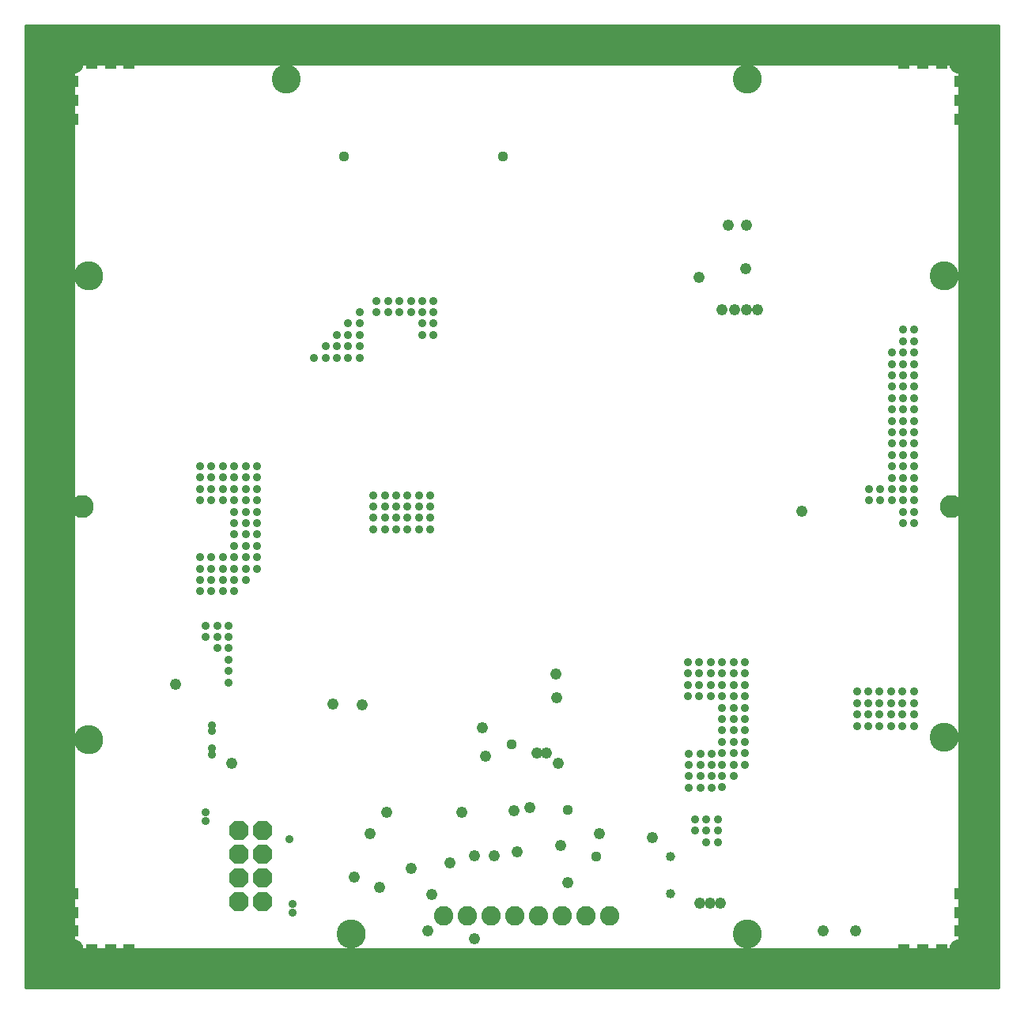
<source format=gbs>
G75*
%MOIN*%
%OFA0B0*%
%FSLAX25Y25*%
%IPPOS*%
%LPD*%
%AMOC8*
5,1,8,0,0,1.08239X$1,22.5*
%
%ADD10C,0.00000*%
%ADD11C,0.12217*%
%ADD12C,0.09698*%
%ADD13C,0.01600*%
%ADD14C,0.09068*%
%ADD15C,0.08200*%
%ADD16OC8,0.08200*%
%ADD17C,0.04762*%
%ADD18C,0.03600*%
%ADD19R,0.04762X0.04762*%
%ADD20C,0.03975*%
%ADD21C,0.04369*%
D10*
X0013611Y0013008D02*
X0052981Y0013008D01*
X0052981Y0009071D01*
X0364005Y0009071D01*
X0364005Y0013008D01*
X0403375Y0013008D01*
X0403375Y0052378D01*
X0407312Y0052378D01*
X0407312Y0363402D01*
X0403375Y0363402D01*
X0403375Y0402772D01*
X0364005Y0402772D01*
X0364005Y0406709D01*
X0052981Y0406709D01*
X0052981Y0402772D01*
X0013611Y0402772D01*
X0013611Y0363402D01*
X0009674Y0363402D01*
X0009674Y0052378D01*
X0013611Y0052378D01*
X0013611Y0013008D01*
X0017351Y0020882D02*
X0017353Y0021010D01*
X0017359Y0021138D01*
X0017369Y0021265D01*
X0017383Y0021393D01*
X0017400Y0021519D01*
X0017422Y0021645D01*
X0017448Y0021771D01*
X0017477Y0021895D01*
X0017510Y0022019D01*
X0017547Y0022141D01*
X0017588Y0022262D01*
X0017633Y0022382D01*
X0017681Y0022501D01*
X0017733Y0022618D01*
X0017789Y0022733D01*
X0017848Y0022847D01*
X0017910Y0022958D01*
X0017976Y0023068D01*
X0018045Y0023175D01*
X0018118Y0023281D01*
X0018194Y0023384D01*
X0018273Y0023484D01*
X0018355Y0023583D01*
X0018440Y0023678D01*
X0018528Y0023771D01*
X0018619Y0023861D01*
X0018712Y0023948D01*
X0018809Y0024033D01*
X0018907Y0024114D01*
X0019009Y0024192D01*
X0019112Y0024267D01*
X0019218Y0024339D01*
X0019326Y0024408D01*
X0019436Y0024473D01*
X0019549Y0024534D01*
X0019663Y0024593D01*
X0019778Y0024647D01*
X0019896Y0024698D01*
X0020014Y0024746D01*
X0020135Y0024789D01*
X0020256Y0024829D01*
X0020379Y0024865D01*
X0020503Y0024898D01*
X0020628Y0024926D01*
X0020753Y0024951D01*
X0020879Y0024971D01*
X0021006Y0024988D01*
X0021134Y0025001D01*
X0021261Y0025010D01*
X0021389Y0025015D01*
X0021517Y0025016D01*
X0021645Y0025013D01*
X0021773Y0025006D01*
X0021900Y0024995D01*
X0022027Y0024980D01*
X0022154Y0024962D01*
X0022280Y0024939D01*
X0022405Y0024912D01*
X0022529Y0024882D01*
X0022652Y0024848D01*
X0022775Y0024810D01*
X0022896Y0024768D01*
X0023015Y0024722D01*
X0023133Y0024673D01*
X0023250Y0024620D01*
X0023365Y0024564D01*
X0023478Y0024504D01*
X0023589Y0024441D01*
X0023698Y0024374D01*
X0023805Y0024304D01*
X0023910Y0024230D01*
X0024012Y0024154D01*
X0024112Y0024074D01*
X0024210Y0023991D01*
X0024305Y0023905D01*
X0024397Y0023816D01*
X0024486Y0023725D01*
X0024573Y0023631D01*
X0024656Y0023534D01*
X0024737Y0023434D01*
X0024814Y0023333D01*
X0024889Y0023228D01*
X0024960Y0023122D01*
X0025027Y0023013D01*
X0025092Y0022903D01*
X0025152Y0022790D01*
X0025210Y0022676D01*
X0025263Y0022560D01*
X0025313Y0022442D01*
X0025360Y0022323D01*
X0025403Y0022202D01*
X0025442Y0022080D01*
X0025477Y0021957D01*
X0025508Y0021833D01*
X0025536Y0021708D01*
X0025559Y0021582D01*
X0025579Y0021456D01*
X0025595Y0021329D01*
X0025607Y0021202D01*
X0025615Y0021074D01*
X0025619Y0020946D01*
X0025619Y0020818D01*
X0025615Y0020690D01*
X0025607Y0020562D01*
X0025595Y0020435D01*
X0025579Y0020308D01*
X0025559Y0020182D01*
X0025536Y0020056D01*
X0025508Y0019931D01*
X0025477Y0019807D01*
X0025442Y0019684D01*
X0025403Y0019562D01*
X0025360Y0019441D01*
X0025313Y0019322D01*
X0025263Y0019204D01*
X0025210Y0019088D01*
X0025152Y0018974D01*
X0025092Y0018861D01*
X0025027Y0018751D01*
X0024960Y0018642D01*
X0024889Y0018536D01*
X0024814Y0018431D01*
X0024737Y0018330D01*
X0024656Y0018230D01*
X0024573Y0018133D01*
X0024486Y0018039D01*
X0024397Y0017948D01*
X0024305Y0017859D01*
X0024210Y0017773D01*
X0024112Y0017690D01*
X0024012Y0017610D01*
X0023910Y0017534D01*
X0023805Y0017460D01*
X0023698Y0017390D01*
X0023589Y0017323D01*
X0023478Y0017260D01*
X0023365Y0017200D01*
X0023250Y0017144D01*
X0023133Y0017091D01*
X0023015Y0017042D01*
X0022896Y0016996D01*
X0022775Y0016954D01*
X0022652Y0016916D01*
X0022529Y0016882D01*
X0022405Y0016852D01*
X0022280Y0016825D01*
X0022154Y0016802D01*
X0022027Y0016784D01*
X0021900Y0016769D01*
X0021773Y0016758D01*
X0021645Y0016751D01*
X0021517Y0016748D01*
X0021389Y0016749D01*
X0021261Y0016754D01*
X0021134Y0016763D01*
X0021006Y0016776D01*
X0020879Y0016793D01*
X0020753Y0016813D01*
X0020628Y0016838D01*
X0020503Y0016866D01*
X0020379Y0016899D01*
X0020256Y0016935D01*
X0020135Y0016975D01*
X0020014Y0017018D01*
X0019896Y0017066D01*
X0019778Y0017117D01*
X0019663Y0017171D01*
X0019549Y0017230D01*
X0019436Y0017291D01*
X0019326Y0017356D01*
X0019218Y0017425D01*
X0019112Y0017497D01*
X0019009Y0017572D01*
X0018907Y0017650D01*
X0018809Y0017731D01*
X0018712Y0017816D01*
X0018619Y0017903D01*
X0018528Y0017993D01*
X0018440Y0018086D01*
X0018355Y0018181D01*
X0018273Y0018280D01*
X0018194Y0018380D01*
X0018118Y0018483D01*
X0018045Y0018589D01*
X0017976Y0018696D01*
X0017910Y0018806D01*
X0017848Y0018917D01*
X0017789Y0019031D01*
X0017733Y0019146D01*
X0017681Y0019263D01*
X0017633Y0019382D01*
X0017588Y0019502D01*
X0017547Y0019623D01*
X0017510Y0019745D01*
X0017477Y0019869D01*
X0017448Y0019993D01*
X0017422Y0020119D01*
X0017400Y0020245D01*
X0017383Y0020371D01*
X0017369Y0020499D01*
X0017359Y0020626D01*
X0017353Y0020754D01*
X0017351Y0020882D01*
X0022469Y0109465D02*
X0022471Y0109616D01*
X0022477Y0109766D01*
X0022487Y0109917D01*
X0022501Y0110067D01*
X0022519Y0110216D01*
X0022540Y0110366D01*
X0022566Y0110514D01*
X0022596Y0110662D01*
X0022629Y0110809D01*
X0022667Y0110955D01*
X0022708Y0111100D01*
X0022753Y0111244D01*
X0022802Y0111386D01*
X0022855Y0111527D01*
X0022911Y0111667D01*
X0022971Y0111805D01*
X0023034Y0111942D01*
X0023102Y0112077D01*
X0023172Y0112210D01*
X0023246Y0112341D01*
X0023324Y0112470D01*
X0023405Y0112597D01*
X0023489Y0112722D01*
X0023577Y0112845D01*
X0023668Y0112965D01*
X0023762Y0113083D01*
X0023859Y0113198D01*
X0023959Y0113311D01*
X0024062Y0113421D01*
X0024168Y0113528D01*
X0024277Y0113633D01*
X0024388Y0113734D01*
X0024502Y0113833D01*
X0024618Y0113928D01*
X0024738Y0114021D01*
X0024859Y0114110D01*
X0024983Y0114196D01*
X0025109Y0114279D01*
X0025237Y0114358D01*
X0025367Y0114434D01*
X0025499Y0114507D01*
X0025633Y0114575D01*
X0025769Y0114641D01*
X0025907Y0114703D01*
X0026046Y0114761D01*
X0026186Y0114815D01*
X0026328Y0114866D01*
X0026471Y0114913D01*
X0026616Y0114956D01*
X0026761Y0114995D01*
X0026908Y0115031D01*
X0027055Y0115062D01*
X0027203Y0115090D01*
X0027352Y0115114D01*
X0027501Y0115134D01*
X0027651Y0115150D01*
X0027801Y0115162D01*
X0027952Y0115170D01*
X0028103Y0115174D01*
X0028253Y0115174D01*
X0028404Y0115170D01*
X0028555Y0115162D01*
X0028705Y0115150D01*
X0028855Y0115134D01*
X0029004Y0115114D01*
X0029153Y0115090D01*
X0029301Y0115062D01*
X0029448Y0115031D01*
X0029595Y0114995D01*
X0029740Y0114956D01*
X0029885Y0114913D01*
X0030028Y0114866D01*
X0030170Y0114815D01*
X0030310Y0114761D01*
X0030449Y0114703D01*
X0030587Y0114641D01*
X0030723Y0114575D01*
X0030857Y0114507D01*
X0030989Y0114434D01*
X0031119Y0114358D01*
X0031247Y0114279D01*
X0031373Y0114196D01*
X0031497Y0114110D01*
X0031618Y0114021D01*
X0031738Y0113928D01*
X0031854Y0113833D01*
X0031968Y0113734D01*
X0032079Y0113633D01*
X0032188Y0113528D01*
X0032294Y0113421D01*
X0032397Y0113311D01*
X0032497Y0113198D01*
X0032594Y0113083D01*
X0032688Y0112965D01*
X0032779Y0112845D01*
X0032867Y0112722D01*
X0032951Y0112597D01*
X0033032Y0112470D01*
X0033110Y0112341D01*
X0033184Y0112210D01*
X0033254Y0112077D01*
X0033322Y0111942D01*
X0033385Y0111805D01*
X0033445Y0111667D01*
X0033501Y0111527D01*
X0033554Y0111386D01*
X0033603Y0111244D01*
X0033648Y0111100D01*
X0033689Y0110955D01*
X0033727Y0110809D01*
X0033760Y0110662D01*
X0033790Y0110514D01*
X0033816Y0110366D01*
X0033837Y0110216D01*
X0033855Y0110067D01*
X0033869Y0109917D01*
X0033879Y0109766D01*
X0033885Y0109616D01*
X0033887Y0109465D01*
X0033885Y0109314D01*
X0033879Y0109164D01*
X0033869Y0109013D01*
X0033855Y0108863D01*
X0033837Y0108714D01*
X0033816Y0108564D01*
X0033790Y0108416D01*
X0033760Y0108268D01*
X0033727Y0108121D01*
X0033689Y0107975D01*
X0033648Y0107830D01*
X0033603Y0107686D01*
X0033554Y0107544D01*
X0033501Y0107403D01*
X0033445Y0107263D01*
X0033385Y0107125D01*
X0033322Y0106988D01*
X0033254Y0106853D01*
X0033184Y0106720D01*
X0033110Y0106589D01*
X0033032Y0106460D01*
X0032951Y0106333D01*
X0032867Y0106208D01*
X0032779Y0106085D01*
X0032688Y0105965D01*
X0032594Y0105847D01*
X0032497Y0105732D01*
X0032397Y0105619D01*
X0032294Y0105509D01*
X0032188Y0105402D01*
X0032079Y0105297D01*
X0031968Y0105196D01*
X0031854Y0105097D01*
X0031738Y0105002D01*
X0031618Y0104909D01*
X0031497Y0104820D01*
X0031373Y0104734D01*
X0031247Y0104651D01*
X0031119Y0104572D01*
X0030989Y0104496D01*
X0030857Y0104423D01*
X0030723Y0104355D01*
X0030587Y0104289D01*
X0030449Y0104227D01*
X0030310Y0104169D01*
X0030170Y0104115D01*
X0030028Y0104064D01*
X0029885Y0104017D01*
X0029740Y0103974D01*
X0029595Y0103935D01*
X0029448Y0103899D01*
X0029301Y0103868D01*
X0029153Y0103840D01*
X0029004Y0103816D01*
X0028855Y0103796D01*
X0028705Y0103780D01*
X0028555Y0103768D01*
X0028404Y0103760D01*
X0028253Y0103756D01*
X0028103Y0103756D01*
X0027952Y0103760D01*
X0027801Y0103768D01*
X0027651Y0103780D01*
X0027501Y0103796D01*
X0027352Y0103816D01*
X0027203Y0103840D01*
X0027055Y0103868D01*
X0026908Y0103899D01*
X0026761Y0103935D01*
X0026616Y0103974D01*
X0026471Y0104017D01*
X0026328Y0104064D01*
X0026186Y0104115D01*
X0026046Y0104169D01*
X0025907Y0104227D01*
X0025769Y0104289D01*
X0025633Y0104355D01*
X0025499Y0104423D01*
X0025367Y0104496D01*
X0025237Y0104572D01*
X0025109Y0104651D01*
X0024983Y0104734D01*
X0024859Y0104820D01*
X0024738Y0104909D01*
X0024618Y0105002D01*
X0024502Y0105097D01*
X0024388Y0105196D01*
X0024277Y0105297D01*
X0024168Y0105402D01*
X0024062Y0105509D01*
X0023959Y0105619D01*
X0023859Y0105732D01*
X0023762Y0105847D01*
X0023668Y0105965D01*
X0023577Y0106085D01*
X0023489Y0106208D01*
X0023405Y0106333D01*
X0023324Y0106460D01*
X0023246Y0106589D01*
X0023172Y0106720D01*
X0023102Y0106853D01*
X0023034Y0106988D01*
X0022971Y0107125D01*
X0022911Y0107263D01*
X0022855Y0107403D01*
X0022802Y0107544D01*
X0022753Y0107686D01*
X0022708Y0107830D01*
X0022667Y0107975D01*
X0022629Y0108121D01*
X0022596Y0108268D01*
X0022566Y0108416D01*
X0022540Y0108564D01*
X0022519Y0108714D01*
X0022501Y0108863D01*
X0022487Y0109013D01*
X0022477Y0109164D01*
X0022471Y0109314D01*
X0022469Y0109465D01*
X0020973Y0207890D02*
X0020975Y0208023D01*
X0020981Y0208156D01*
X0020991Y0208289D01*
X0021005Y0208421D01*
X0021023Y0208553D01*
X0021044Y0208684D01*
X0021070Y0208815D01*
X0021100Y0208945D01*
X0021133Y0209074D01*
X0021171Y0209201D01*
X0021212Y0209328D01*
X0021257Y0209453D01*
X0021305Y0209577D01*
X0021358Y0209700D01*
X0021414Y0209820D01*
X0021473Y0209939D01*
X0021536Y0210057D01*
X0021603Y0210172D01*
X0021673Y0210285D01*
X0021746Y0210396D01*
X0021823Y0210505D01*
X0021903Y0210612D01*
X0021986Y0210716D01*
X0022072Y0210817D01*
X0022161Y0210916D01*
X0022253Y0211012D01*
X0022347Y0211106D01*
X0022445Y0211196D01*
X0022545Y0211284D01*
X0022648Y0211368D01*
X0022753Y0211450D01*
X0022861Y0211528D01*
X0022971Y0211603D01*
X0023083Y0211675D01*
X0023198Y0211743D01*
X0023314Y0211808D01*
X0023432Y0211869D01*
X0023552Y0211927D01*
X0023673Y0211981D01*
X0023797Y0212031D01*
X0023921Y0212078D01*
X0024047Y0212121D01*
X0024174Y0212160D01*
X0024303Y0212196D01*
X0024432Y0212227D01*
X0024562Y0212255D01*
X0024693Y0212279D01*
X0024825Y0212299D01*
X0024957Y0212315D01*
X0025090Y0212327D01*
X0025222Y0212335D01*
X0025355Y0212339D01*
X0025489Y0212339D01*
X0025622Y0212335D01*
X0025754Y0212327D01*
X0025887Y0212315D01*
X0026019Y0212299D01*
X0026151Y0212279D01*
X0026282Y0212255D01*
X0026412Y0212227D01*
X0026541Y0212196D01*
X0026670Y0212160D01*
X0026797Y0212121D01*
X0026923Y0212078D01*
X0027047Y0212031D01*
X0027171Y0211981D01*
X0027292Y0211927D01*
X0027412Y0211869D01*
X0027530Y0211808D01*
X0027647Y0211743D01*
X0027761Y0211675D01*
X0027873Y0211603D01*
X0027983Y0211528D01*
X0028091Y0211450D01*
X0028196Y0211368D01*
X0028299Y0211284D01*
X0028399Y0211196D01*
X0028497Y0211106D01*
X0028591Y0211012D01*
X0028683Y0210916D01*
X0028772Y0210817D01*
X0028858Y0210716D01*
X0028941Y0210612D01*
X0029021Y0210505D01*
X0029098Y0210396D01*
X0029171Y0210285D01*
X0029241Y0210172D01*
X0029308Y0210057D01*
X0029371Y0209939D01*
X0029430Y0209820D01*
X0029486Y0209700D01*
X0029539Y0209577D01*
X0029587Y0209453D01*
X0029632Y0209328D01*
X0029673Y0209201D01*
X0029711Y0209074D01*
X0029744Y0208945D01*
X0029774Y0208815D01*
X0029800Y0208684D01*
X0029821Y0208553D01*
X0029839Y0208421D01*
X0029853Y0208289D01*
X0029863Y0208156D01*
X0029869Y0208023D01*
X0029871Y0207890D01*
X0029869Y0207757D01*
X0029863Y0207624D01*
X0029853Y0207491D01*
X0029839Y0207359D01*
X0029821Y0207227D01*
X0029800Y0207096D01*
X0029774Y0206965D01*
X0029744Y0206835D01*
X0029711Y0206706D01*
X0029673Y0206579D01*
X0029632Y0206452D01*
X0029587Y0206327D01*
X0029539Y0206203D01*
X0029486Y0206080D01*
X0029430Y0205960D01*
X0029371Y0205841D01*
X0029308Y0205723D01*
X0029241Y0205608D01*
X0029171Y0205495D01*
X0029098Y0205384D01*
X0029021Y0205275D01*
X0028941Y0205168D01*
X0028858Y0205064D01*
X0028772Y0204963D01*
X0028683Y0204864D01*
X0028591Y0204768D01*
X0028497Y0204674D01*
X0028399Y0204584D01*
X0028299Y0204496D01*
X0028196Y0204412D01*
X0028091Y0204330D01*
X0027983Y0204252D01*
X0027873Y0204177D01*
X0027761Y0204105D01*
X0027646Y0204037D01*
X0027530Y0203972D01*
X0027412Y0203911D01*
X0027292Y0203853D01*
X0027171Y0203799D01*
X0027047Y0203749D01*
X0026923Y0203702D01*
X0026797Y0203659D01*
X0026670Y0203620D01*
X0026541Y0203584D01*
X0026412Y0203553D01*
X0026282Y0203525D01*
X0026151Y0203501D01*
X0026019Y0203481D01*
X0025887Y0203465D01*
X0025754Y0203453D01*
X0025622Y0203445D01*
X0025489Y0203441D01*
X0025355Y0203441D01*
X0025222Y0203445D01*
X0025090Y0203453D01*
X0024957Y0203465D01*
X0024825Y0203481D01*
X0024693Y0203501D01*
X0024562Y0203525D01*
X0024432Y0203553D01*
X0024303Y0203584D01*
X0024174Y0203620D01*
X0024047Y0203659D01*
X0023921Y0203702D01*
X0023797Y0203749D01*
X0023673Y0203799D01*
X0023552Y0203853D01*
X0023432Y0203911D01*
X0023314Y0203972D01*
X0023197Y0204037D01*
X0023083Y0204105D01*
X0022971Y0204177D01*
X0022861Y0204252D01*
X0022753Y0204330D01*
X0022648Y0204412D01*
X0022545Y0204496D01*
X0022445Y0204584D01*
X0022347Y0204674D01*
X0022253Y0204768D01*
X0022161Y0204864D01*
X0022072Y0204963D01*
X0021986Y0205064D01*
X0021903Y0205168D01*
X0021823Y0205275D01*
X0021746Y0205384D01*
X0021673Y0205495D01*
X0021603Y0205608D01*
X0021536Y0205723D01*
X0021473Y0205841D01*
X0021414Y0205960D01*
X0021358Y0206080D01*
X0021305Y0206203D01*
X0021257Y0206327D01*
X0021212Y0206452D01*
X0021171Y0206579D01*
X0021133Y0206706D01*
X0021100Y0206835D01*
X0021070Y0206965D01*
X0021044Y0207096D01*
X0021023Y0207227D01*
X0021005Y0207359D01*
X0020991Y0207491D01*
X0020981Y0207624D01*
X0020975Y0207757D01*
X0020973Y0207890D01*
X0022469Y0305134D02*
X0022471Y0305285D01*
X0022477Y0305435D01*
X0022487Y0305586D01*
X0022501Y0305736D01*
X0022519Y0305885D01*
X0022540Y0306035D01*
X0022566Y0306183D01*
X0022596Y0306331D01*
X0022629Y0306478D01*
X0022667Y0306624D01*
X0022708Y0306769D01*
X0022753Y0306913D01*
X0022802Y0307055D01*
X0022855Y0307196D01*
X0022911Y0307336D01*
X0022971Y0307474D01*
X0023034Y0307611D01*
X0023102Y0307746D01*
X0023172Y0307879D01*
X0023246Y0308010D01*
X0023324Y0308139D01*
X0023405Y0308266D01*
X0023489Y0308391D01*
X0023577Y0308514D01*
X0023668Y0308634D01*
X0023762Y0308752D01*
X0023859Y0308867D01*
X0023959Y0308980D01*
X0024062Y0309090D01*
X0024168Y0309197D01*
X0024277Y0309302D01*
X0024388Y0309403D01*
X0024502Y0309502D01*
X0024618Y0309597D01*
X0024738Y0309690D01*
X0024859Y0309779D01*
X0024983Y0309865D01*
X0025109Y0309948D01*
X0025237Y0310027D01*
X0025367Y0310103D01*
X0025499Y0310176D01*
X0025633Y0310244D01*
X0025769Y0310310D01*
X0025907Y0310372D01*
X0026046Y0310430D01*
X0026186Y0310484D01*
X0026328Y0310535D01*
X0026471Y0310582D01*
X0026616Y0310625D01*
X0026761Y0310664D01*
X0026908Y0310700D01*
X0027055Y0310731D01*
X0027203Y0310759D01*
X0027352Y0310783D01*
X0027501Y0310803D01*
X0027651Y0310819D01*
X0027801Y0310831D01*
X0027952Y0310839D01*
X0028103Y0310843D01*
X0028253Y0310843D01*
X0028404Y0310839D01*
X0028555Y0310831D01*
X0028705Y0310819D01*
X0028855Y0310803D01*
X0029004Y0310783D01*
X0029153Y0310759D01*
X0029301Y0310731D01*
X0029448Y0310700D01*
X0029595Y0310664D01*
X0029740Y0310625D01*
X0029885Y0310582D01*
X0030028Y0310535D01*
X0030170Y0310484D01*
X0030310Y0310430D01*
X0030449Y0310372D01*
X0030587Y0310310D01*
X0030723Y0310244D01*
X0030857Y0310176D01*
X0030989Y0310103D01*
X0031119Y0310027D01*
X0031247Y0309948D01*
X0031373Y0309865D01*
X0031497Y0309779D01*
X0031618Y0309690D01*
X0031738Y0309597D01*
X0031854Y0309502D01*
X0031968Y0309403D01*
X0032079Y0309302D01*
X0032188Y0309197D01*
X0032294Y0309090D01*
X0032397Y0308980D01*
X0032497Y0308867D01*
X0032594Y0308752D01*
X0032688Y0308634D01*
X0032779Y0308514D01*
X0032867Y0308391D01*
X0032951Y0308266D01*
X0033032Y0308139D01*
X0033110Y0308010D01*
X0033184Y0307879D01*
X0033254Y0307746D01*
X0033322Y0307611D01*
X0033385Y0307474D01*
X0033445Y0307336D01*
X0033501Y0307196D01*
X0033554Y0307055D01*
X0033603Y0306913D01*
X0033648Y0306769D01*
X0033689Y0306624D01*
X0033727Y0306478D01*
X0033760Y0306331D01*
X0033790Y0306183D01*
X0033816Y0306035D01*
X0033837Y0305885D01*
X0033855Y0305736D01*
X0033869Y0305586D01*
X0033879Y0305435D01*
X0033885Y0305285D01*
X0033887Y0305134D01*
X0033885Y0304983D01*
X0033879Y0304833D01*
X0033869Y0304682D01*
X0033855Y0304532D01*
X0033837Y0304383D01*
X0033816Y0304233D01*
X0033790Y0304085D01*
X0033760Y0303937D01*
X0033727Y0303790D01*
X0033689Y0303644D01*
X0033648Y0303499D01*
X0033603Y0303355D01*
X0033554Y0303213D01*
X0033501Y0303072D01*
X0033445Y0302932D01*
X0033385Y0302794D01*
X0033322Y0302657D01*
X0033254Y0302522D01*
X0033184Y0302389D01*
X0033110Y0302258D01*
X0033032Y0302129D01*
X0032951Y0302002D01*
X0032867Y0301877D01*
X0032779Y0301754D01*
X0032688Y0301634D01*
X0032594Y0301516D01*
X0032497Y0301401D01*
X0032397Y0301288D01*
X0032294Y0301178D01*
X0032188Y0301071D01*
X0032079Y0300966D01*
X0031968Y0300865D01*
X0031854Y0300766D01*
X0031738Y0300671D01*
X0031618Y0300578D01*
X0031497Y0300489D01*
X0031373Y0300403D01*
X0031247Y0300320D01*
X0031119Y0300241D01*
X0030989Y0300165D01*
X0030857Y0300092D01*
X0030723Y0300024D01*
X0030587Y0299958D01*
X0030449Y0299896D01*
X0030310Y0299838D01*
X0030170Y0299784D01*
X0030028Y0299733D01*
X0029885Y0299686D01*
X0029740Y0299643D01*
X0029595Y0299604D01*
X0029448Y0299568D01*
X0029301Y0299537D01*
X0029153Y0299509D01*
X0029004Y0299485D01*
X0028855Y0299465D01*
X0028705Y0299449D01*
X0028555Y0299437D01*
X0028404Y0299429D01*
X0028253Y0299425D01*
X0028103Y0299425D01*
X0027952Y0299429D01*
X0027801Y0299437D01*
X0027651Y0299449D01*
X0027501Y0299465D01*
X0027352Y0299485D01*
X0027203Y0299509D01*
X0027055Y0299537D01*
X0026908Y0299568D01*
X0026761Y0299604D01*
X0026616Y0299643D01*
X0026471Y0299686D01*
X0026328Y0299733D01*
X0026186Y0299784D01*
X0026046Y0299838D01*
X0025907Y0299896D01*
X0025769Y0299958D01*
X0025633Y0300024D01*
X0025499Y0300092D01*
X0025367Y0300165D01*
X0025237Y0300241D01*
X0025109Y0300320D01*
X0024983Y0300403D01*
X0024859Y0300489D01*
X0024738Y0300578D01*
X0024618Y0300671D01*
X0024502Y0300766D01*
X0024388Y0300865D01*
X0024277Y0300966D01*
X0024168Y0301071D01*
X0024062Y0301178D01*
X0023959Y0301288D01*
X0023859Y0301401D01*
X0023762Y0301516D01*
X0023668Y0301634D01*
X0023577Y0301754D01*
X0023489Y0301877D01*
X0023405Y0302002D01*
X0023324Y0302129D01*
X0023246Y0302258D01*
X0023172Y0302389D01*
X0023102Y0302522D01*
X0023034Y0302657D01*
X0022971Y0302794D01*
X0022911Y0302932D01*
X0022855Y0303072D01*
X0022802Y0303213D01*
X0022753Y0303355D01*
X0022708Y0303499D01*
X0022667Y0303644D01*
X0022629Y0303790D01*
X0022596Y0303937D01*
X0022566Y0304085D01*
X0022540Y0304233D01*
X0022519Y0304383D01*
X0022501Y0304532D01*
X0022487Y0304682D01*
X0022477Y0304833D01*
X0022471Y0304983D01*
X0022469Y0305134D01*
X0105540Y0388205D02*
X0105542Y0388356D01*
X0105548Y0388506D01*
X0105558Y0388657D01*
X0105572Y0388807D01*
X0105590Y0388956D01*
X0105611Y0389106D01*
X0105637Y0389254D01*
X0105667Y0389402D01*
X0105700Y0389549D01*
X0105738Y0389695D01*
X0105779Y0389840D01*
X0105824Y0389984D01*
X0105873Y0390126D01*
X0105926Y0390267D01*
X0105982Y0390407D01*
X0106042Y0390545D01*
X0106105Y0390682D01*
X0106173Y0390817D01*
X0106243Y0390950D01*
X0106317Y0391081D01*
X0106395Y0391210D01*
X0106476Y0391337D01*
X0106560Y0391462D01*
X0106648Y0391585D01*
X0106739Y0391705D01*
X0106833Y0391823D01*
X0106930Y0391938D01*
X0107030Y0392051D01*
X0107133Y0392161D01*
X0107239Y0392268D01*
X0107348Y0392373D01*
X0107459Y0392474D01*
X0107573Y0392573D01*
X0107689Y0392668D01*
X0107809Y0392761D01*
X0107930Y0392850D01*
X0108054Y0392936D01*
X0108180Y0393019D01*
X0108308Y0393098D01*
X0108438Y0393174D01*
X0108570Y0393247D01*
X0108704Y0393315D01*
X0108840Y0393381D01*
X0108978Y0393443D01*
X0109117Y0393501D01*
X0109257Y0393555D01*
X0109399Y0393606D01*
X0109542Y0393653D01*
X0109687Y0393696D01*
X0109832Y0393735D01*
X0109979Y0393771D01*
X0110126Y0393802D01*
X0110274Y0393830D01*
X0110423Y0393854D01*
X0110572Y0393874D01*
X0110722Y0393890D01*
X0110872Y0393902D01*
X0111023Y0393910D01*
X0111174Y0393914D01*
X0111324Y0393914D01*
X0111475Y0393910D01*
X0111626Y0393902D01*
X0111776Y0393890D01*
X0111926Y0393874D01*
X0112075Y0393854D01*
X0112224Y0393830D01*
X0112372Y0393802D01*
X0112519Y0393771D01*
X0112666Y0393735D01*
X0112811Y0393696D01*
X0112956Y0393653D01*
X0113099Y0393606D01*
X0113241Y0393555D01*
X0113381Y0393501D01*
X0113520Y0393443D01*
X0113658Y0393381D01*
X0113794Y0393315D01*
X0113928Y0393247D01*
X0114060Y0393174D01*
X0114190Y0393098D01*
X0114318Y0393019D01*
X0114444Y0392936D01*
X0114568Y0392850D01*
X0114689Y0392761D01*
X0114809Y0392668D01*
X0114925Y0392573D01*
X0115039Y0392474D01*
X0115150Y0392373D01*
X0115259Y0392268D01*
X0115365Y0392161D01*
X0115468Y0392051D01*
X0115568Y0391938D01*
X0115665Y0391823D01*
X0115759Y0391705D01*
X0115850Y0391585D01*
X0115938Y0391462D01*
X0116022Y0391337D01*
X0116103Y0391210D01*
X0116181Y0391081D01*
X0116255Y0390950D01*
X0116325Y0390817D01*
X0116393Y0390682D01*
X0116456Y0390545D01*
X0116516Y0390407D01*
X0116572Y0390267D01*
X0116625Y0390126D01*
X0116674Y0389984D01*
X0116719Y0389840D01*
X0116760Y0389695D01*
X0116798Y0389549D01*
X0116831Y0389402D01*
X0116861Y0389254D01*
X0116887Y0389106D01*
X0116908Y0388956D01*
X0116926Y0388807D01*
X0116940Y0388657D01*
X0116950Y0388506D01*
X0116956Y0388356D01*
X0116958Y0388205D01*
X0116956Y0388054D01*
X0116950Y0387904D01*
X0116940Y0387753D01*
X0116926Y0387603D01*
X0116908Y0387454D01*
X0116887Y0387304D01*
X0116861Y0387156D01*
X0116831Y0387008D01*
X0116798Y0386861D01*
X0116760Y0386715D01*
X0116719Y0386570D01*
X0116674Y0386426D01*
X0116625Y0386284D01*
X0116572Y0386143D01*
X0116516Y0386003D01*
X0116456Y0385865D01*
X0116393Y0385728D01*
X0116325Y0385593D01*
X0116255Y0385460D01*
X0116181Y0385329D01*
X0116103Y0385200D01*
X0116022Y0385073D01*
X0115938Y0384948D01*
X0115850Y0384825D01*
X0115759Y0384705D01*
X0115665Y0384587D01*
X0115568Y0384472D01*
X0115468Y0384359D01*
X0115365Y0384249D01*
X0115259Y0384142D01*
X0115150Y0384037D01*
X0115039Y0383936D01*
X0114925Y0383837D01*
X0114809Y0383742D01*
X0114689Y0383649D01*
X0114568Y0383560D01*
X0114444Y0383474D01*
X0114318Y0383391D01*
X0114190Y0383312D01*
X0114060Y0383236D01*
X0113928Y0383163D01*
X0113794Y0383095D01*
X0113658Y0383029D01*
X0113520Y0382967D01*
X0113381Y0382909D01*
X0113241Y0382855D01*
X0113099Y0382804D01*
X0112956Y0382757D01*
X0112811Y0382714D01*
X0112666Y0382675D01*
X0112519Y0382639D01*
X0112372Y0382608D01*
X0112224Y0382580D01*
X0112075Y0382556D01*
X0111926Y0382536D01*
X0111776Y0382520D01*
X0111626Y0382508D01*
X0111475Y0382500D01*
X0111324Y0382496D01*
X0111174Y0382496D01*
X0111023Y0382500D01*
X0110872Y0382508D01*
X0110722Y0382520D01*
X0110572Y0382536D01*
X0110423Y0382556D01*
X0110274Y0382580D01*
X0110126Y0382608D01*
X0109979Y0382639D01*
X0109832Y0382675D01*
X0109687Y0382714D01*
X0109542Y0382757D01*
X0109399Y0382804D01*
X0109257Y0382855D01*
X0109117Y0382909D01*
X0108978Y0382967D01*
X0108840Y0383029D01*
X0108704Y0383095D01*
X0108570Y0383163D01*
X0108438Y0383236D01*
X0108308Y0383312D01*
X0108180Y0383391D01*
X0108054Y0383474D01*
X0107930Y0383560D01*
X0107809Y0383649D01*
X0107689Y0383742D01*
X0107573Y0383837D01*
X0107459Y0383936D01*
X0107348Y0384037D01*
X0107239Y0384142D01*
X0107133Y0384249D01*
X0107030Y0384359D01*
X0106930Y0384472D01*
X0106833Y0384587D01*
X0106739Y0384705D01*
X0106648Y0384825D01*
X0106560Y0384948D01*
X0106476Y0385073D01*
X0106395Y0385200D01*
X0106317Y0385329D01*
X0106243Y0385460D01*
X0106173Y0385593D01*
X0106105Y0385728D01*
X0106042Y0385865D01*
X0105982Y0386003D01*
X0105926Y0386143D01*
X0105873Y0386284D01*
X0105824Y0386426D01*
X0105779Y0386570D01*
X0105738Y0386715D01*
X0105700Y0386861D01*
X0105667Y0387008D01*
X0105637Y0387156D01*
X0105611Y0387304D01*
X0105590Y0387454D01*
X0105572Y0387603D01*
X0105558Y0387753D01*
X0105548Y0387904D01*
X0105542Y0388054D01*
X0105540Y0388205D01*
X0017351Y0394898D02*
X0017353Y0395026D01*
X0017359Y0395154D01*
X0017369Y0395281D01*
X0017383Y0395409D01*
X0017400Y0395535D01*
X0017422Y0395661D01*
X0017448Y0395787D01*
X0017477Y0395911D01*
X0017510Y0396035D01*
X0017547Y0396157D01*
X0017588Y0396278D01*
X0017633Y0396398D01*
X0017681Y0396517D01*
X0017733Y0396634D01*
X0017789Y0396749D01*
X0017848Y0396863D01*
X0017910Y0396974D01*
X0017976Y0397084D01*
X0018045Y0397191D01*
X0018118Y0397297D01*
X0018194Y0397400D01*
X0018273Y0397500D01*
X0018355Y0397599D01*
X0018440Y0397694D01*
X0018528Y0397787D01*
X0018619Y0397877D01*
X0018712Y0397964D01*
X0018809Y0398049D01*
X0018907Y0398130D01*
X0019009Y0398208D01*
X0019112Y0398283D01*
X0019218Y0398355D01*
X0019326Y0398424D01*
X0019436Y0398489D01*
X0019549Y0398550D01*
X0019663Y0398609D01*
X0019778Y0398663D01*
X0019896Y0398714D01*
X0020014Y0398762D01*
X0020135Y0398805D01*
X0020256Y0398845D01*
X0020379Y0398881D01*
X0020503Y0398914D01*
X0020628Y0398942D01*
X0020753Y0398967D01*
X0020879Y0398987D01*
X0021006Y0399004D01*
X0021134Y0399017D01*
X0021261Y0399026D01*
X0021389Y0399031D01*
X0021517Y0399032D01*
X0021645Y0399029D01*
X0021773Y0399022D01*
X0021900Y0399011D01*
X0022027Y0398996D01*
X0022154Y0398978D01*
X0022280Y0398955D01*
X0022405Y0398928D01*
X0022529Y0398898D01*
X0022652Y0398864D01*
X0022775Y0398826D01*
X0022896Y0398784D01*
X0023015Y0398738D01*
X0023133Y0398689D01*
X0023250Y0398636D01*
X0023365Y0398580D01*
X0023478Y0398520D01*
X0023589Y0398457D01*
X0023698Y0398390D01*
X0023805Y0398320D01*
X0023910Y0398246D01*
X0024012Y0398170D01*
X0024112Y0398090D01*
X0024210Y0398007D01*
X0024305Y0397921D01*
X0024397Y0397832D01*
X0024486Y0397741D01*
X0024573Y0397647D01*
X0024656Y0397550D01*
X0024737Y0397450D01*
X0024814Y0397349D01*
X0024889Y0397244D01*
X0024960Y0397138D01*
X0025027Y0397029D01*
X0025092Y0396919D01*
X0025152Y0396806D01*
X0025210Y0396692D01*
X0025263Y0396576D01*
X0025313Y0396458D01*
X0025360Y0396339D01*
X0025403Y0396218D01*
X0025442Y0396096D01*
X0025477Y0395973D01*
X0025508Y0395849D01*
X0025536Y0395724D01*
X0025559Y0395598D01*
X0025579Y0395472D01*
X0025595Y0395345D01*
X0025607Y0395218D01*
X0025615Y0395090D01*
X0025619Y0394962D01*
X0025619Y0394834D01*
X0025615Y0394706D01*
X0025607Y0394578D01*
X0025595Y0394451D01*
X0025579Y0394324D01*
X0025559Y0394198D01*
X0025536Y0394072D01*
X0025508Y0393947D01*
X0025477Y0393823D01*
X0025442Y0393700D01*
X0025403Y0393578D01*
X0025360Y0393457D01*
X0025313Y0393338D01*
X0025263Y0393220D01*
X0025210Y0393104D01*
X0025152Y0392990D01*
X0025092Y0392877D01*
X0025027Y0392767D01*
X0024960Y0392658D01*
X0024889Y0392552D01*
X0024814Y0392447D01*
X0024737Y0392346D01*
X0024656Y0392246D01*
X0024573Y0392149D01*
X0024486Y0392055D01*
X0024397Y0391964D01*
X0024305Y0391875D01*
X0024210Y0391789D01*
X0024112Y0391706D01*
X0024012Y0391626D01*
X0023910Y0391550D01*
X0023805Y0391476D01*
X0023698Y0391406D01*
X0023589Y0391339D01*
X0023478Y0391276D01*
X0023365Y0391216D01*
X0023250Y0391160D01*
X0023133Y0391107D01*
X0023015Y0391058D01*
X0022896Y0391012D01*
X0022775Y0390970D01*
X0022652Y0390932D01*
X0022529Y0390898D01*
X0022405Y0390868D01*
X0022280Y0390841D01*
X0022154Y0390818D01*
X0022027Y0390800D01*
X0021900Y0390785D01*
X0021773Y0390774D01*
X0021645Y0390767D01*
X0021517Y0390764D01*
X0021389Y0390765D01*
X0021261Y0390770D01*
X0021134Y0390779D01*
X0021006Y0390792D01*
X0020879Y0390809D01*
X0020753Y0390829D01*
X0020628Y0390854D01*
X0020503Y0390882D01*
X0020379Y0390915D01*
X0020256Y0390951D01*
X0020135Y0390991D01*
X0020014Y0391034D01*
X0019896Y0391082D01*
X0019778Y0391133D01*
X0019663Y0391187D01*
X0019549Y0391246D01*
X0019436Y0391307D01*
X0019326Y0391372D01*
X0019218Y0391441D01*
X0019112Y0391513D01*
X0019009Y0391588D01*
X0018907Y0391666D01*
X0018809Y0391747D01*
X0018712Y0391832D01*
X0018619Y0391919D01*
X0018528Y0392009D01*
X0018440Y0392102D01*
X0018355Y0392197D01*
X0018273Y0392296D01*
X0018194Y0392396D01*
X0018118Y0392499D01*
X0018045Y0392605D01*
X0017976Y0392712D01*
X0017910Y0392822D01*
X0017848Y0392933D01*
X0017789Y0393047D01*
X0017733Y0393162D01*
X0017681Y0393279D01*
X0017633Y0393398D01*
X0017588Y0393518D01*
X0017547Y0393639D01*
X0017510Y0393761D01*
X0017477Y0393885D01*
X0017448Y0394009D01*
X0017422Y0394135D01*
X0017400Y0394261D01*
X0017383Y0394387D01*
X0017369Y0394515D01*
X0017359Y0394642D01*
X0017353Y0394770D01*
X0017351Y0394898D01*
X0300028Y0388205D02*
X0300030Y0388356D01*
X0300036Y0388506D01*
X0300046Y0388657D01*
X0300060Y0388807D01*
X0300078Y0388956D01*
X0300099Y0389106D01*
X0300125Y0389254D01*
X0300155Y0389402D01*
X0300188Y0389549D01*
X0300226Y0389695D01*
X0300267Y0389840D01*
X0300312Y0389984D01*
X0300361Y0390126D01*
X0300414Y0390267D01*
X0300470Y0390407D01*
X0300530Y0390545D01*
X0300593Y0390682D01*
X0300661Y0390817D01*
X0300731Y0390950D01*
X0300805Y0391081D01*
X0300883Y0391210D01*
X0300964Y0391337D01*
X0301048Y0391462D01*
X0301136Y0391585D01*
X0301227Y0391705D01*
X0301321Y0391823D01*
X0301418Y0391938D01*
X0301518Y0392051D01*
X0301621Y0392161D01*
X0301727Y0392268D01*
X0301836Y0392373D01*
X0301947Y0392474D01*
X0302061Y0392573D01*
X0302177Y0392668D01*
X0302297Y0392761D01*
X0302418Y0392850D01*
X0302542Y0392936D01*
X0302668Y0393019D01*
X0302796Y0393098D01*
X0302926Y0393174D01*
X0303058Y0393247D01*
X0303192Y0393315D01*
X0303328Y0393381D01*
X0303466Y0393443D01*
X0303605Y0393501D01*
X0303745Y0393555D01*
X0303887Y0393606D01*
X0304030Y0393653D01*
X0304175Y0393696D01*
X0304320Y0393735D01*
X0304467Y0393771D01*
X0304614Y0393802D01*
X0304762Y0393830D01*
X0304911Y0393854D01*
X0305060Y0393874D01*
X0305210Y0393890D01*
X0305360Y0393902D01*
X0305511Y0393910D01*
X0305662Y0393914D01*
X0305812Y0393914D01*
X0305963Y0393910D01*
X0306114Y0393902D01*
X0306264Y0393890D01*
X0306414Y0393874D01*
X0306563Y0393854D01*
X0306712Y0393830D01*
X0306860Y0393802D01*
X0307007Y0393771D01*
X0307154Y0393735D01*
X0307299Y0393696D01*
X0307444Y0393653D01*
X0307587Y0393606D01*
X0307729Y0393555D01*
X0307869Y0393501D01*
X0308008Y0393443D01*
X0308146Y0393381D01*
X0308282Y0393315D01*
X0308416Y0393247D01*
X0308548Y0393174D01*
X0308678Y0393098D01*
X0308806Y0393019D01*
X0308932Y0392936D01*
X0309056Y0392850D01*
X0309177Y0392761D01*
X0309297Y0392668D01*
X0309413Y0392573D01*
X0309527Y0392474D01*
X0309638Y0392373D01*
X0309747Y0392268D01*
X0309853Y0392161D01*
X0309956Y0392051D01*
X0310056Y0391938D01*
X0310153Y0391823D01*
X0310247Y0391705D01*
X0310338Y0391585D01*
X0310426Y0391462D01*
X0310510Y0391337D01*
X0310591Y0391210D01*
X0310669Y0391081D01*
X0310743Y0390950D01*
X0310813Y0390817D01*
X0310881Y0390682D01*
X0310944Y0390545D01*
X0311004Y0390407D01*
X0311060Y0390267D01*
X0311113Y0390126D01*
X0311162Y0389984D01*
X0311207Y0389840D01*
X0311248Y0389695D01*
X0311286Y0389549D01*
X0311319Y0389402D01*
X0311349Y0389254D01*
X0311375Y0389106D01*
X0311396Y0388956D01*
X0311414Y0388807D01*
X0311428Y0388657D01*
X0311438Y0388506D01*
X0311444Y0388356D01*
X0311446Y0388205D01*
X0311444Y0388054D01*
X0311438Y0387904D01*
X0311428Y0387753D01*
X0311414Y0387603D01*
X0311396Y0387454D01*
X0311375Y0387304D01*
X0311349Y0387156D01*
X0311319Y0387008D01*
X0311286Y0386861D01*
X0311248Y0386715D01*
X0311207Y0386570D01*
X0311162Y0386426D01*
X0311113Y0386284D01*
X0311060Y0386143D01*
X0311004Y0386003D01*
X0310944Y0385865D01*
X0310881Y0385728D01*
X0310813Y0385593D01*
X0310743Y0385460D01*
X0310669Y0385329D01*
X0310591Y0385200D01*
X0310510Y0385073D01*
X0310426Y0384948D01*
X0310338Y0384825D01*
X0310247Y0384705D01*
X0310153Y0384587D01*
X0310056Y0384472D01*
X0309956Y0384359D01*
X0309853Y0384249D01*
X0309747Y0384142D01*
X0309638Y0384037D01*
X0309527Y0383936D01*
X0309413Y0383837D01*
X0309297Y0383742D01*
X0309177Y0383649D01*
X0309056Y0383560D01*
X0308932Y0383474D01*
X0308806Y0383391D01*
X0308678Y0383312D01*
X0308548Y0383236D01*
X0308416Y0383163D01*
X0308282Y0383095D01*
X0308146Y0383029D01*
X0308008Y0382967D01*
X0307869Y0382909D01*
X0307729Y0382855D01*
X0307587Y0382804D01*
X0307444Y0382757D01*
X0307299Y0382714D01*
X0307154Y0382675D01*
X0307007Y0382639D01*
X0306860Y0382608D01*
X0306712Y0382580D01*
X0306563Y0382556D01*
X0306414Y0382536D01*
X0306264Y0382520D01*
X0306114Y0382508D01*
X0305963Y0382500D01*
X0305812Y0382496D01*
X0305662Y0382496D01*
X0305511Y0382500D01*
X0305360Y0382508D01*
X0305210Y0382520D01*
X0305060Y0382536D01*
X0304911Y0382556D01*
X0304762Y0382580D01*
X0304614Y0382608D01*
X0304467Y0382639D01*
X0304320Y0382675D01*
X0304175Y0382714D01*
X0304030Y0382757D01*
X0303887Y0382804D01*
X0303745Y0382855D01*
X0303605Y0382909D01*
X0303466Y0382967D01*
X0303328Y0383029D01*
X0303192Y0383095D01*
X0303058Y0383163D01*
X0302926Y0383236D01*
X0302796Y0383312D01*
X0302668Y0383391D01*
X0302542Y0383474D01*
X0302418Y0383560D01*
X0302297Y0383649D01*
X0302177Y0383742D01*
X0302061Y0383837D01*
X0301947Y0383936D01*
X0301836Y0384037D01*
X0301727Y0384142D01*
X0301621Y0384249D01*
X0301518Y0384359D01*
X0301418Y0384472D01*
X0301321Y0384587D01*
X0301227Y0384705D01*
X0301136Y0384825D01*
X0301048Y0384948D01*
X0300964Y0385073D01*
X0300883Y0385200D01*
X0300805Y0385329D01*
X0300731Y0385460D01*
X0300661Y0385593D01*
X0300593Y0385728D01*
X0300530Y0385865D01*
X0300470Y0386003D01*
X0300414Y0386143D01*
X0300361Y0386284D01*
X0300312Y0386426D01*
X0300267Y0386570D01*
X0300226Y0386715D01*
X0300188Y0386861D01*
X0300155Y0387008D01*
X0300125Y0387156D01*
X0300099Y0387304D01*
X0300078Y0387454D01*
X0300060Y0387603D01*
X0300046Y0387753D01*
X0300036Y0387904D01*
X0300030Y0388054D01*
X0300028Y0388205D01*
X0383099Y0305134D02*
X0383101Y0305285D01*
X0383107Y0305435D01*
X0383117Y0305586D01*
X0383131Y0305736D01*
X0383149Y0305885D01*
X0383170Y0306035D01*
X0383196Y0306183D01*
X0383226Y0306331D01*
X0383259Y0306478D01*
X0383297Y0306624D01*
X0383338Y0306769D01*
X0383383Y0306913D01*
X0383432Y0307055D01*
X0383485Y0307196D01*
X0383541Y0307336D01*
X0383601Y0307474D01*
X0383664Y0307611D01*
X0383732Y0307746D01*
X0383802Y0307879D01*
X0383876Y0308010D01*
X0383954Y0308139D01*
X0384035Y0308266D01*
X0384119Y0308391D01*
X0384207Y0308514D01*
X0384298Y0308634D01*
X0384392Y0308752D01*
X0384489Y0308867D01*
X0384589Y0308980D01*
X0384692Y0309090D01*
X0384798Y0309197D01*
X0384907Y0309302D01*
X0385018Y0309403D01*
X0385132Y0309502D01*
X0385248Y0309597D01*
X0385368Y0309690D01*
X0385489Y0309779D01*
X0385613Y0309865D01*
X0385739Y0309948D01*
X0385867Y0310027D01*
X0385997Y0310103D01*
X0386129Y0310176D01*
X0386263Y0310244D01*
X0386399Y0310310D01*
X0386537Y0310372D01*
X0386676Y0310430D01*
X0386816Y0310484D01*
X0386958Y0310535D01*
X0387101Y0310582D01*
X0387246Y0310625D01*
X0387391Y0310664D01*
X0387538Y0310700D01*
X0387685Y0310731D01*
X0387833Y0310759D01*
X0387982Y0310783D01*
X0388131Y0310803D01*
X0388281Y0310819D01*
X0388431Y0310831D01*
X0388582Y0310839D01*
X0388733Y0310843D01*
X0388883Y0310843D01*
X0389034Y0310839D01*
X0389185Y0310831D01*
X0389335Y0310819D01*
X0389485Y0310803D01*
X0389634Y0310783D01*
X0389783Y0310759D01*
X0389931Y0310731D01*
X0390078Y0310700D01*
X0390225Y0310664D01*
X0390370Y0310625D01*
X0390515Y0310582D01*
X0390658Y0310535D01*
X0390800Y0310484D01*
X0390940Y0310430D01*
X0391079Y0310372D01*
X0391217Y0310310D01*
X0391353Y0310244D01*
X0391487Y0310176D01*
X0391619Y0310103D01*
X0391749Y0310027D01*
X0391877Y0309948D01*
X0392003Y0309865D01*
X0392127Y0309779D01*
X0392248Y0309690D01*
X0392368Y0309597D01*
X0392484Y0309502D01*
X0392598Y0309403D01*
X0392709Y0309302D01*
X0392818Y0309197D01*
X0392924Y0309090D01*
X0393027Y0308980D01*
X0393127Y0308867D01*
X0393224Y0308752D01*
X0393318Y0308634D01*
X0393409Y0308514D01*
X0393497Y0308391D01*
X0393581Y0308266D01*
X0393662Y0308139D01*
X0393740Y0308010D01*
X0393814Y0307879D01*
X0393884Y0307746D01*
X0393952Y0307611D01*
X0394015Y0307474D01*
X0394075Y0307336D01*
X0394131Y0307196D01*
X0394184Y0307055D01*
X0394233Y0306913D01*
X0394278Y0306769D01*
X0394319Y0306624D01*
X0394357Y0306478D01*
X0394390Y0306331D01*
X0394420Y0306183D01*
X0394446Y0306035D01*
X0394467Y0305885D01*
X0394485Y0305736D01*
X0394499Y0305586D01*
X0394509Y0305435D01*
X0394515Y0305285D01*
X0394517Y0305134D01*
X0394515Y0304983D01*
X0394509Y0304833D01*
X0394499Y0304682D01*
X0394485Y0304532D01*
X0394467Y0304383D01*
X0394446Y0304233D01*
X0394420Y0304085D01*
X0394390Y0303937D01*
X0394357Y0303790D01*
X0394319Y0303644D01*
X0394278Y0303499D01*
X0394233Y0303355D01*
X0394184Y0303213D01*
X0394131Y0303072D01*
X0394075Y0302932D01*
X0394015Y0302794D01*
X0393952Y0302657D01*
X0393884Y0302522D01*
X0393814Y0302389D01*
X0393740Y0302258D01*
X0393662Y0302129D01*
X0393581Y0302002D01*
X0393497Y0301877D01*
X0393409Y0301754D01*
X0393318Y0301634D01*
X0393224Y0301516D01*
X0393127Y0301401D01*
X0393027Y0301288D01*
X0392924Y0301178D01*
X0392818Y0301071D01*
X0392709Y0300966D01*
X0392598Y0300865D01*
X0392484Y0300766D01*
X0392368Y0300671D01*
X0392248Y0300578D01*
X0392127Y0300489D01*
X0392003Y0300403D01*
X0391877Y0300320D01*
X0391749Y0300241D01*
X0391619Y0300165D01*
X0391487Y0300092D01*
X0391353Y0300024D01*
X0391217Y0299958D01*
X0391079Y0299896D01*
X0390940Y0299838D01*
X0390800Y0299784D01*
X0390658Y0299733D01*
X0390515Y0299686D01*
X0390370Y0299643D01*
X0390225Y0299604D01*
X0390078Y0299568D01*
X0389931Y0299537D01*
X0389783Y0299509D01*
X0389634Y0299485D01*
X0389485Y0299465D01*
X0389335Y0299449D01*
X0389185Y0299437D01*
X0389034Y0299429D01*
X0388883Y0299425D01*
X0388733Y0299425D01*
X0388582Y0299429D01*
X0388431Y0299437D01*
X0388281Y0299449D01*
X0388131Y0299465D01*
X0387982Y0299485D01*
X0387833Y0299509D01*
X0387685Y0299537D01*
X0387538Y0299568D01*
X0387391Y0299604D01*
X0387246Y0299643D01*
X0387101Y0299686D01*
X0386958Y0299733D01*
X0386816Y0299784D01*
X0386676Y0299838D01*
X0386537Y0299896D01*
X0386399Y0299958D01*
X0386263Y0300024D01*
X0386129Y0300092D01*
X0385997Y0300165D01*
X0385867Y0300241D01*
X0385739Y0300320D01*
X0385613Y0300403D01*
X0385489Y0300489D01*
X0385368Y0300578D01*
X0385248Y0300671D01*
X0385132Y0300766D01*
X0385018Y0300865D01*
X0384907Y0300966D01*
X0384798Y0301071D01*
X0384692Y0301178D01*
X0384589Y0301288D01*
X0384489Y0301401D01*
X0384392Y0301516D01*
X0384298Y0301634D01*
X0384207Y0301754D01*
X0384119Y0301877D01*
X0384035Y0302002D01*
X0383954Y0302129D01*
X0383876Y0302258D01*
X0383802Y0302389D01*
X0383732Y0302522D01*
X0383664Y0302657D01*
X0383601Y0302794D01*
X0383541Y0302932D01*
X0383485Y0303072D01*
X0383432Y0303213D01*
X0383383Y0303355D01*
X0383338Y0303499D01*
X0383297Y0303644D01*
X0383259Y0303790D01*
X0383226Y0303937D01*
X0383196Y0304085D01*
X0383170Y0304233D01*
X0383149Y0304383D01*
X0383131Y0304532D01*
X0383117Y0304682D01*
X0383107Y0304833D01*
X0383101Y0304983D01*
X0383099Y0305134D01*
X0391367Y0394898D02*
X0391369Y0395026D01*
X0391375Y0395154D01*
X0391385Y0395281D01*
X0391399Y0395409D01*
X0391416Y0395535D01*
X0391438Y0395661D01*
X0391464Y0395787D01*
X0391493Y0395911D01*
X0391526Y0396035D01*
X0391563Y0396157D01*
X0391604Y0396278D01*
X0391649Y0396398D01*
X0391697Y0396517D01*
X0391749Y0396634D01*
X0391805Y0396749D01*
X0391864Y0396863D01*
X0391926Y0396974D01*
X0391992Y0397084D01*
X0392061Y0397191D01*
X0392134Y0397297D01*
X0392210Y0397400D01*
X0392289Y0397500D01*
X0392371Y0397599D01*
X0392456Y0397694D01*
X0392544Y0397787D01*
X0392635Y0397877D01*
X0392728Y0397964D01*
X0392825Y0398049D01*
X0392923Y0398130D01*
X0393025Y0398208D01*
X0393128Y0398283D01*
X0393234Y0398355D01*
X0393342Y0398424D01*
X0393452Y0398489D01*
X0393565Y0398550D01*
X0393679Y0398609D01*
X0393794Y0398663D01*
X0393912Y0398714D01*
X0394030Y0398762D01*
X0394151Y0398805D01*
X0394272Y0398845D01*
X0394395Y0398881D01*
X0394519Y0398914D01*
X0394644Y0398942D01*
X0394769Y0398967D01*
X0394895Y0398987D01*
X0395022Y0399004D01*
X0395150Y0399017D01*
X0395277Y0399026D01*
X0395405Y0399031D01*
X0395533Y0399032D01*
X0395661Y0399029D01*
X0395789Y0399022D01*
X0395916Y0399011D01*
X0396043Y0398996D01*
X0396170Y0398978D01*
X0396296Y0398955D01*
X0396421Y0398928D01*
X0396545Y0398898D01*
X0396668Y0398864D01*
X0396791Y0398826D01*
X0396912Y0398784D01*
X0397031Y0398738D01*
X0397149Y0398689D01*
X0397266Y0398636D01*
X0397381Y0398580D01*
X0397494Y0398520D01*
X0397605Y0398457D01*
X0397714Y0398390D01*
X0397821Y0398320D01*
X0397926Y0398246D01*
X0398028Y0398170D01*
X0398128Y0398090D01*
X0398226Y0398007D01*
X0398321Y0397921D01*
X0398413Y0397832D01*
X0398502Y0397741D01*
X0398589Y0397647D01*
X0398672Y0397550D01*
X0398753Y0397450D01*
X0398830Y0397349D01*
X0398905Y0397244D01*
X0398976Y0397138D01*
X0399043Y0397029D01*
X0399108Y0396919D01*
X0399168Y0396806D01*
X0399226Y0396692D01*
X0399279Y0396576D01*
X0399329Y0396458D01*
X0399376Y0396339D01*
X0399419Y0396218D01*
X0399458Y0396096D01*
X0399493Y0395973D01*
X0399524Y0395849D01*
X0399552Y0395724D01*
X0399575Y0395598D01*
X0399595Y0395472D01*
X0399611Y0395345D01*
X0399623Y0395218D01*
X0399631Y0395090D01*
X0399635Y0394962D01*
X0399635Y0394834D01*
X0399631Y0394706D01*
X0399623Y0394578D01*
X0399611Y0394451D01*
X0399595Y0394324D01*
X0399575Y0394198D01*
X0399552Y0394072D01*
X0399524Y0393947D01*
X0399493Y0393823D01*
X0399458Y0393700D01*
X0399419Y0393578D01*
X0399376Y0393457D01*
X0399329Y0393338D01*
X0399279Y0393220D01*
X0399226Y0393104D01*
X0399168Y0392990D01*
X0399108Y0392877D01*
X0399043Y0392767D01*
X0398976Y0392658D01*
X0398905Y0392552D01*
X0398830Y0392447D01*
X0398753Y0392346D01*
X0398672Y0392246D01*
X0398589Y0392149D01*
X0398502Y0392055D01*
X0398413Y0391964D01*
X0398321Y0391875D01*
X0398226Y0391789D01*
X0398128Y0391706D01*
X0398028Y0391626D01*
X0397926Y0391550D01*
X0397821Y0391476D01*
X0397714Y0391406D01*
X0397605Y0391339D01*
X0397494Y0391276D01*
X0397381Y0391216D01*
X0397266Y0391160D01*
X0397149Y0391107D01*
X0397031Y0391058D01*
X0396912Y0391012D01*
X0396791Y0390970D01*
X0396668Y0390932D01*
X0396545Y0390898D01*
X0396421Y0390868D01*
X0396296Y0390841D01*
X0396170Y0390818D01*
X0396043Y0390800D01*
X0395916Y0390785D01*
X0395789Y0390774D01*
X0395661Y0390767D01*
X0395533Y0390764D01*
X0395405Y0390765D01*
X0395277Y0390770D01*
X0395150Y0390779D01*
X0395022Y0390792D01*
X0394895Y0390809D01*
X0394769Y0390829D01*
X0394644Y0390854D01*
X0394519Y0390882D01*
X0394395Y0390915D01*
X0394272Y0390951D01*
X0394151Y0390991D01*
X0394030Y0391034D01*
X0393912Y0391082D01*
X0393794Y0391133D01*
X0393679Y0391187D01*
X0393565Y0391246D01*
X0393452Y0391307D01*
X0393342Y0391372D01*
X0393234Y0391441D01*
X0393128Y0391513D01*
X0393025Y0391588D01*
X0392923Y0391666D01*
X0392825Y0391747D01*
X0392728Y0391832D01*
X0392635Y0391919D01*
X0392544Y0392009D01*
X0392456Y0392102D01*
X0392371Y0392197D01*
X0392289Y0392296D01*
X0392210Y0392396D01*
X0392134Y0392499D01*
X0392061Y0392605D01*
X0391992Y0392712D01*
X0391926Y0392822D01*
X0391864Y0392933D01*
X0391805Y0393047D01*
X0391749Y0393162D01*
X0391697Y0393279D01*
X0391649Y0393398D01*
X0391604Y0393518D01*
X0391563Y0393639D01*
X0391526Y0393761D01*
X0391493Y0393885D01*
X0391464Y0394009D01*
X0391438Y0394135D01*
X0391416Y0394261D01*
X0391399Y0394387D01*
X0391385Y0394515D01*
X0391375Y0394642D01*
X0391369Y0394770D01*
X0391367Y0394898D01*
X0387115Y0207890D02*
X0387117Y0208023D01*
X0387123Y0208156D01*
X0387133Y0208289D01*
X0387147Y0208421D01*
X0387165Y0208553D01*
X0387186Y0208684D01*
X0387212Y0208815D01*
X0387242Y0208945D01*
X0387275Y0209074D01*
X0387313Y0209201D01*
X0387354Y0209328D01*
X0387399Y0209453D01*
X0387447Y0209577D01*
X0387500Y0209700D01*
X0387556Y0209820D01*
X0387615Y0209939D01*
X0387678Y0210057D01*
X0387745Y0210172D01*
X0387815Y0210285D01*
X0387888Y0210396D01*
X0387965Y0210505D01*
X0388045Y0210612D01*
X0388128Y0210716D01*
X0388214Y0210817D01*
X0388303Y0210916D01*
X0388395Y0211012D01*
X0388489Y0211106D01*
X0388587Y0211196D01*
X0388687Y0211284D01*
X0388790Y0211368D01*
X0388895Y0211450D01*
X0389003Y0211528D01*
X0389113Y0211603D01*
X0389225Y0211675D01*
X0389340Y0211743D01*
X0389456Y0211808D01*
X0389574Y0211869D01*
X0389694Y0211927D01*
X0389815Y0211981D01*
X0389939Y0212031D01*
X0390063Y0212078D01*
X0390189Y0212121D01*
X0390316Y0212160D01*
X0390445Y0212196D01*
X0390574Y0212227D01*
X0390704Y0212255D01*
X0390835Y0212279D01*
X0390967Y0212299D01*
X0391099Y0212315D01*
X0391232Y0212327D01*
X0391364Y0212335D01*
X0391497Y0212339D01*
X0391631Y0212339D01*
X0391764Y0212335D01*
X0391896Y0212327D01*
X0392029Y0212315D01*
X0392161Y0212299D01*
X0392293Y0212279D01*
X0392424Y0212255D01*
X0392554Y0212227D01*
X0392683Y0212196D01*
X0392812Y0212160D01*
X0392939Y0212121D01*
X0393065Y0212078D01*
X0393189Y0212031D01*
X0393313Y0211981D01*
X0393434Y0211927D01*
X0393554Y0211869D01*
X0393672Y0211808D01*
X0393789Y0211743D01*
X0393903Y0211675D01*
X0394015Y0211603D01*
X0394125Y0211528D01*
X0394233Y0211450D01*
X0394338Y0211368D01*
X0394441Y0211284D01*
X0394541Y0211196D01*
X0394639Y0211106D01*
X0394733Y0211012D01*
X0394825Y0210916D01*
X0394914Y0210817D01*
X0395000Y0210716D01*
X0395083Y0210612D01*
X0395163Y0210505D01*
X0395240Y0210396D01*
X0395313Y0210285D01*
X0395383Y0210172D01*
X0395450Y0210057D01*
X0395513Y0209939D01*
X0395572Y0209820D01*
X0395628Y0209700D01*
X0395681Y0209577D01*
X0395729Y0209453D01*
X0395774Y0209328D01*
X0395815Y0209201D01*
X0395853Y0209074D01*
X0395886Y0208945D01*
X0395916Y0208815D01*
X0395942Y0208684D01*
X0395963Y0208553D01*
X0395981Y0208421D01*
X0395995Y0208289D01*
X0396005Y0208156D01*
X0396011Y0208023D01*
X0396013Y0207890D01*
X0396011Y0207757D01*
X0396005Y0207624D01*
X0395995Y0207491D01*
X0395981Y0207359D01*
X0395963Y0207227D01*
X0395942Y0207096D01*
X0395916Y0206965D01*
X0395886Y0206835D01*
X0395853Y0206706D01*
X0395815Y0206579D01*
X0395774Y0206452D01*
X0395729Y0206327D01*
X0395681Y0206203D01*
X0395628Y0206080D01*
X0395572Y0205960D01*
X0395513Y0205841D01*
X0395450Y0205723D01*
X0395383Y0205608D01*
X0395313Y0205495D01*
X0395240Y0205384D01*
X0395163Y0205275D01*
X0395083Y0205168D01*
X0395000Y0205064D01*
X0394914Y0204963D01*
X0394825Y0204864D01*
X0394733Y0204768D01*
X0394639Y0204674D01*
X0394541Y0204584D01*
X0394441Y0204496D01*
X0394338Y0204412D01*
X0394233Y0204330D01*
X0394125Y0204252D01*
X0394015Y0204177D01*
X0393903Y0204105D01*
X0393788Y0204037D01*
X0393672Y0203972D01*
X0393554Y0203911D01*
X0393434Y0203853D01*
X0393313Y0203799D01*
X0393189Y0203749D01*
X0393065Y0203702D01*
X0392939Y0203659D01*
X0392812Y0203620D01*
X0392683Y0203584D01*
X0392554Y0203553D01*
X0392424Y0203525D01*
X0392293Y0203501D01*
X0392161Y0203481D01*
X0392029Y0203465D01*
X0391896Y0203453D01*
X0391764Y0203445D01*
X0391631Y0203441D01*
X0391497Y0203441D01*
X0391364Y0203445D01*
X0391232Y0203453D01*
X0391099Y0203465D01*
X0390967Y0203481D01*
X0390835Y0203501D01*
X0390704Y0203525D01*
X0390574Y0203553D01*
X0390445Y0203584D01*
X0390316Y0203620D01*
X0390189Y0203659D01*
X0390063Y0203702D01*
X0389939Y0203749D01*
X0389815Y0203799D01*
X0389694Y0203853D01*
X0389574Y0203911D01*
X0389456Y0203972D01*
X0389339Y0204037D01*
X0389225Y0204105D01*
X0389113Y0204177D01*
X0389003Y0204252D01*
X0388895Y0204330D01*
X0388790Y0204412D01*
X0388687Y0204496D01*
X0388587Y0204584D01*
X0388489Y0204674D01*
X0388395Y0204768D01*
X0388303Y0204864D01*
X0388214Y0204963D01*
X0388128Y0205064D01*
X0388045Y0205168D01*
X0387965Y0205275D01*
X0387888Y0205384D01*
X0387815Y0205495D01*
X0387745Y0205608D01*
X0387678Y0205723D01*
X0387615Y0205841D01*
X0387556Y0205960D01*
X0387500Y0206080D01*
X0387447Y0206203D01*
X0387399Y0206327D01*
X0387354Y0206452D01*
X0387313Y0206579D01*
X0387275Y0206706D01*
X0387242Y0206835D01*
X0387212Y0206965D01*
X0387186Y0207096D01*
X0387165Y0207227D01*
X0387147Y0207359D01*
X0387133Y0207491D01*
X0387123Y0207624D01*
X0387117Y0207757D01*
X0387115Y0207890D01*
X0383099Y0110646D02*
X0383101Y0110797D01*
X0383107Y0110947D01*
X0383117Y0111098D01*
X0383131Y0111248D01*
X0383149Y0111397D01*
X0383170Y0111547D01*
X0383196Y0111695D01*
X0383226Y0111843D01*
X0383259Y0111990D01*
X0383297Y0112136D01*
X0383338Y0112281D01*
X0383383Y0112425D01*
X0383432Y0112567D01*
X0383485Y0112708D01*
X0383541Y0112848D01*
X0383601Y0112986D01*
X0383664Y0113123D01*
X0383732Y0113258D01*
X0383802Y0113391D01*
X0383876Y0113522D01*
X0383954Y0113651D01*
X0384035Y0113778D01*
X0384119Y0113903D01*
X0384207Y0114026D01*
X0384298Y0114146D01*
X0384392Y0114264D01*
X0384489Y0114379D01*
X0384589Y0114492D01*
X0384692Y0114602D01*
X0384798Y0114709D01*
X0384907Y0114814D01*
X0385018Y0114915D01*
X0385132Y0115014D01*
X0385248Y0115109D01*
X0385368Y0115202D01*
X0385489Y0115291D01*
X0385613Y0115377D01*
X0385739Y0115460D01*
X0385867Y0115539D01*
X0385997Y0115615D01*
X0386129Y0115688D01*
X0386263Y0115756D01*
X0386399Y0115822D01*
X0386537Y0115884D01*
X0386676Y0115942D01*
X0386816Y0115996D01*
X0386958Y0116047D01*
X0387101Y0116094D01*
X0387246Y0116137D01*
X0387391Y0116176D01*
X0387538Y0116212D01*
X0387685Y0116243D01*
X0387833Y0116271D01*
X0387982Y0116295D01*
X0388131Y0116315D01*
X0388281Y0116331D01*
X0388431Y0116343D01*
X0388582Y0116351D01*
X0388733Y0116355D01*
X0388883Y0116355D01*
X0389034Y0116351D01*
X0389185Y0116343D01*
X0389335Y0116331D01*
X0389485Y0116315D01*
X0389634Y0116295D01*
X0389783Y0116271D01*
X0389931Y0116243D01*
X0390078Y0116212D01*
X0390225Y0116176D01*
X0390370Y0116137D01*
X0390515Y0116094D01*
X0390658Y0116047D01*
X0390800Y0115996D01*
X0390940Y0115942D01*
X0391079Y0115884D01*
X0391217Y0115822D01*
X0391353Y0115756D01*
X0391487Y0115688D01*
X0391619Y0115615D01*
X0391749Y0115539D01*
X0391877Y0115460D01*
X0392003Y0115377D01*
X0392127Y0115291D01*
X0392248Y0115202D01*
X0392368Y0115109D01*
X0392484Y0115014D01*
X0392598Y0114915D01*
X0392709Y0114814D01*
X0392818Y0114709D01*
X0392924Y0114602D01*
X0393027Y0114492D01*
X0393127Y0114379D01*
X0393224Y0114264D01*
X0393318Y0114146D01*
X0393409Y0114026D01*
X0393497Y0113903D01*
X0393581Y0113778D01*
X0393662Y0113651D01*
X0393740Y0113522D01*
X0393814Y0113391D01*
X0393884Y0113258D01*
X0393952Y0113123D01*
X0394015Y0112986D01*
X0394075Y0112848D01*
X0394131Y0112708D01*
X0394184Y0112567D01*
X0394233Y0112425D01*
X0394278Y0112281D01*
X0394319Y0112136D01*
X0394357Y0111990D01*
X0394390Y0111843D01*
X0394420Y0111695D01*
X0394446Y0111547D01*
X0394467Y0111397D01*
X0394485Y0111248D01*
X0394499Y0111098D01*
X0394509Y0110947D01*
X0394515Y0110797D01*
X0394517Y0110646D01*
X0394515Y0110495D01*
X0394509Y0110345D01*
X0394499Y0110194D01*
X0394485Y0110044D01*
X0394467Y0109895D01*
X0394446Y0109745D01*
X0394420Y0109597D01*
X0394390Y0109449D01*
X0394357Y0109302D01*
X0394319Y0109156D01*
X0394278Y0109011D01*
X0394233Y0108867D01*
X0394184Y0108725D01*
X0394131Y0108584D01*
X0394075Y0108444D01*
X0394015Y0108306D01*
X0393952Y0108169D01*
X0393884Y0108034D01*
X0393814Y0107901D01*
X0393740Y0107770D01*
X0393662Y0107641D01*
X0393581Y0107514D01*
X0393497Y0107389D01*
X0393409Y0107266D01*
X0393318Y0107146D01*
X0393224Y0107028D01*
X0393127Y0106913D01*
X0393027Y0106800D01*
X0392924Y0106690D01*
X0392818Y0106583D01*
X0392709Y0106478D01*
X0392598Y0106377D01*
X0392484Y0106278D01*
X0392368Y0106183D01*
X0392248Y0106090D01*
X0392127Y0106001D01*
X0392003Y0105915D01*
X0391877Y0105832D01*
X0391749Y0105753D01*
X0391619Y0105677D01*
X0391487Y0105604D01*
X0391353Y0105536D01*
X0391217Y0105470D01*
X0391079Y0105408D01*
X0390940Y0105350D01*
X0390800Y0105296D01*
X0390658Y0105245D01*
X0390515Y0105198D01*
X0390370Y0105155D01*
X0390225Y0105116D01*
X0390078Y0105080D01*
X0389931Y0105049D01*
X0389783Y0105021D01*
X0389634Y0104997D01*
X0389485Y0104977D01*
X0389335Y0104961D01*
X0389185Y0104949D01*
X0389034Y0104941D01*
X0388883Y0104937D01*
X0388733Y0104937D01*
X0388582Y0104941D01*
X0388431Y0104949D01*
X0388281Y0104961D01*
X0388131Y0104977D01*
X0387982Y0104997D01*
X0387833Y0105021D01*
X0387685Y0105049D01*
X0387538Y0105080D01*
X0387391Y0105116D01*
X0387246Y0105155D01*
X0387101Y0105198D01*
X0386958Y0105245D01*
X0386816Y0105296D01*
X0386676Y0105350D01*
X0386537Y0105408D01*
X0386399Y0105470D01*
X0386263Y0105536D01*
X0386129Y0105604D01*
X0385997Y0105677D01*
X0385867Y0105753D01*
X0385739Y0105832D01*
X0385613Y0105915D01*
X0385489Y0106001D01*
X0385368Y0106090D01*
X0385248Y0106183D01*
X0385132Y0106278D01*
X0385018Y0106377D01*
X0384907Y0106478D01*
X0384798Y0106583D01*
X0384692Y0106690D01*
X0384589Y0106800D01*
X0384489Y0106913D01*
X0384392Y0107028D01*
X0384298Y0107146D01*
X0384207Y0107266D01*
X0384119Y0107389D01*
X0384035Y0107514D01*
X0383954Y0107641D01*
X0383876Y0107770D01*
X0383802Y0107901D01*
X0383732Y0108034D01*
X0383664Y0108169D01*
X0383601Y0108306D01*
X0383541Y0108444D01*
X0383485Y0108584D01*
X0383432Y0108725D01*
X0383383Y0108867D01*
X0383338Y0109011D01*
X0383297Y0109156D01*
X0383259Y0109302D01*
X0383226Y0109449D01*
X0383196Y0109597D01*
X0383170Y0109745D01*
X0383149Y0109895D01*
X0383131Y0110044D01*
X0383117Y0110194D01*
X0383107Y0110345D01*
X0383101Y0110495D01*
X0383099Y0110646D01*
X0300028Y0027575D02*
X0300030Y0027726D01*
X0300036Y0027876D01*
X0300046Y0028027D01*
X0300060Y0028177D01*
X0300078Y0028326D01*
X0300099Y0028476D01*
X0300125Y0028624D01*
X0300155Y0028772D01*
X0300188Y0028919D01*
X0300226Y0029065D01*
X0300267Y0029210D01*
X0300312Y0029354D01*
X0300361Y0029496D01*
X0300414Y0029637D01*
X0300470Y0029777D01*
X0300530Y0029915D01*
X0300593Y0030052D01*
X0300661Y0030187D01*
X0300731Y0030320D01*
X0300805Y0030451D01*
X0300883Y0030580D01*
X0300964Y0030707D01*
X0301048Y0030832D01*
X0301136Y0030955D01*
X0301227Y0031075D01*
X0301321Y0031193D01*
X0301418Y0031308D01*
X0301518Y0031421D01*
X0301621Y0031531D01*
X0301727Y0031638D01*
X0301836Y0031743D01*
X0301947Y0031844D01*
X0302061Y0031943D01*
X0302177Y0032038D01*
X0302297Y0032131D01*
X0302418Y0032220D01*
X0302542Y0032306D01*
X0302668Y0032389D01*
X0302796Y0032468D01*
X0302926Y0032544D01*
X0303058Y0032617D01*
X0303192Y0032685D01*
X0303328Y0032751D01*
X0303466Y0032813D01*
X0303605Y0032871D01*
X0303745Y0032925D01*
X0303887Y0032976D01*
X0304030Y0033023D01*
X0304175Y0033066D01*
X0304320Y0033105D01*
X0304467Y0033141D01*
X0304614Y0033172D01*
X0304762Y0033200D01*
X0304911Y0033224D01*
X0305060Y0033244D01*
X0305210Y0033260D01*
X0305360Y0033272D01*
X0305511Y0033280D01*
X0305662Y0033284D01*
X0305812Y0033284D01*
X0305963Y0033280D01*
X0306114Y0033272D01*
X0306264Y0033260D01*
X0306414Y0033244D01*
X0306563Y0033224D01*
X0306712Y0033200D01*
X0306860Y0033172D01*
X0307007Y0033141D01*
X0307154Y0033105D01*
X0307299Y0033066D01*
X0307444Y0033023D01*
X0307587Y0032976D01*
X0307729Y0032925D01*
X0307869Y0032871D01*
X0308008Y0032813D01*
X0308146Y0032751D01*
X0308282Y0032685D01*
X0308416Y0032617D01*
X0308548Y0032544D01*
X0308678Y0032468D01*
X0308806Y0032389D01*
X0308932Y0032306D01*
X0309056Y0032220D01*
X0309177Y0032131D01*
X0309297Y0032038D01*
X0309413Y0031943D01*
X0309527Y0031844D01*
X0309638Y0031743D01*
X0309747Y0031638D01*
X0309853Y0031531D01*
X0309956Y0031421D01*
X0310056Y0031308D01*
X0310153Y0031193D01*
X0310247Y0031075D01*
X0310338Y0030955D01*
X0310426Y0030832D01*
X0310510Y0030707D01*
X0310591Y0030580D01*
X0310669Y0030451D01*
X0310743Y0030320D01*
X0310813Y0030187D01*
X0310881Y0030052D01*
X0310944Y0029915D01*
X0311004Y0029777D01*
X0311060Y0029637D01*
X0311113Y0029496D01*
X0311162Y0029354D01*
X0311207Y0029210D01*
X0311248Y0029065D01*
X0311286Y0028919D01*
X0311319Y0028772D01*
X0311349Y0028624D01*
X0311375Y0028476D01*
X0311396Y0028326D01*
X0311414Y0028177D01*
X0311428Y0028027D01*
X0311438Y0027876D01*
X0311444Y0027726D01*
X0311446Y0027575D01*
X0311444Y0027424D01*
X0311438Y0027274D01*
X0311428Y0027123D01*
X0311414Y0026973D01*
X0311396Y0026824D01*
X0311375Y0026674D01*
X0311349Y0026526D01*
X0311319Y0026378D01*
X0311286Y0026231D01*
X0311248Y0026085D01*
X0311207Y0025940D01*
X0311162Y0025796D01*
X0311113Y0025654D01*
X0311060Y0025513D01*
X0311004Y0025373D01*
X0310944Y0025235D01*
X0310881Y0025098D01*
X0310813Y0024963D01*
X0310743Y0024830D01*
X0310669Y0024699D01*
X0310591Y0024570D01*
X0310510Y0024443D01*
X0310426Y0024318D01*
X0310338Y0024195D01*
X0310247Y0024075D01*
X0310153Y0023957D01*
X0310056Y0023842D01*
X0309956Y0023729D01*
X0309853Y0023619D01*
X0309747Y0023512D01*
X0309638Y0023407D01*
X0309527Y0023306D01*
X0309413Y0023207D01*
X0309297Y0023112D01*
X0309177Y0023019D01*
X0309056Y0022930D01*
X0308932Y0022844D01*
X0308806Y0022761D01*
X0308678Y0022682D01*
X0308548Y0022606D01*
X0308416Y0022533D01*
X0308282Y0022465D01*
X0308146Y0022399D01*
X0308008Y0022337D01*
X0307869Y0022279D01*
X0307729Y0022225D01*
X0307587Y0022174D01*
X0307444Y0022127D01*
X0307299Y0022084D01*
X0307154Y0022045D01*
X0307007Y0022009D01*
X0306860Y0021978D01*
X0306712Y0021950D01*
X0306563Y0021926D01*
X0306414Y0021906D01*
X0306264Y0021890D01*
X0306114Y0021878D01*
X0305963Y0021870D01*
X0305812Y0021866D01*
X0305662Y0021866D01*
X0305511Y0021870D01*
X0305360Y0021878D01*
X0305210Y0021890D01*
X0305060Y0021906D01*
X0304911Y0021926D01*
X0304762Y0021950D01*
X0304614Y0021978D01*
X0304467Y0022009D01*
X0304320Y0022045D01*
X0304175Y0022084D01*
X0304030Y0022127D01*
X0303887Y0022174D01*
X0303745Y0022225D01*
X0303605Y0022279D01*
X0303466Y0022337D01*
X0303328Y0022399D01*
X0303192Y0022465D01*
X0303058Y0022533D01*
X0302926Y0022606D01*
X0302796Y0022682D01*
X0302668Y0022761D01*
X0302542Y0022844D01*
X0302418Y0022930D01*
X0302297Y0023019D01*
X0302177Y0023112D01*
X0302061Y0023207D01*
X0301947Y0023306D01*
X0301836Y0023407D01*
X0301727Y0023512D01*
X0301621Y0023619D01*
X0301518Y0023729D01*
X0301418Y0023842D01*
X0301321Y0023957D01*
X0301227Y0024075D01*
X0301136Y0024195D01*
X0301048Y0024318D01*
X0300964Y0024443D01*
X0300883Y0024570D01*
X0300805Y0024699D01*
X0300731Y0024830D01*
X0300661Y0024963D01*
X0300593Y0025098D01*
X0300530Y0025235D01*
X0300470Y0025373D01*
X0300414Y0025513D01*
X0300361Y0025654D01*
X0300312Y0025796D01*
X0300267Y0025940D01*
X0300226Y0026085D01*
X0300188Y0026231D01*
X0300155Y0026378D01*
X0300125Y0026526D01*
X0300099Y0026674D01*
X0300078Y0026824D01*
X0300060Y0026973D01*
X0300046Y0027123D01*
X0300036Y0027274D01*
X0300030Y0027424D01*
X0300028Y0027575D01*
X0391367Y0020882D02*
X0391369Y0021010D01*
X0391375Y0021138D01*
X0391385Y0021265D01*
X0391399Y0021393D01*
X0391416Y0021519D01*
X0391438Y0021645D01*
X0391464Y0021771D01*
X0391493Y0021895D01*
X0391526Y0022019D01*
X0391563Y0022141D01*
X0391604Y0022262D01*
X0391649Y0022382D01*
X0391697Y0022501D01*
X0391749Y0022618D01*
X0391805Y0022733D01*
X0391864Y0022847D01*
X0391926Y0022958D01*
X0391992Y0023068D01*
X0392061Y0023175D01*
X0392134Y0023281D01*
X0392210Y0023384D01*
X0392289Y0023484D01*
X0392371Y0023583D01*
X0392456Y0023678D01*
X0392544Y0023771D01*
X0392635Y0023861D01*
X0392728Y0023948D01*
X0392825Y0024033D01*
X0392923Y0024114D01*
X0393025Y0024192D01*
X0393128Y0024267D01*
X0393234Y0024339D01*
X0393342Y0024408D01*
X0393452Y0024473D01*
X0393565Y0024534D01*
X0393679Y0024593D01*
X0393794Y0024647D01*
X0393912Y0024698D01*
X0394030Y0024746D01*
X0394151Y0024789D01*
X0394272Y0024829D01*
X0394395Y0024865D01*
X0394519Y0024898D01*
X0394644Y0024926D01*
X0394769Y0024951D01*
X0394895Y0024971D01*
X0395022Y0024988D01*
X0395150Y0025001D01*
X0395277Y0025010D01*
X0395405Y0025015D01*
X0395533Y0025016D01*
X0395661Y0025013D01*
X0395789Y0025006D01*
X0395916Y0024995D01*
X0396043Y0024980D01*
X0396170Y0024962D01*
X0396296Y0024939D01*
X0396421Y0024912D01*
X0396545Y0024882D01*
X0396668Y0024848D01*
X0396791Y0024810D01*
X0396912Y0024768D01*
X0397031Y0024722D01*
X0397149Y0024673D01*
X0397266Y0024620D01*
X0397381Y0024564D01*
X0397494Y0024504D01*
X0397605Y0024441D01*
X0397714Y0024374D01*
X0397821Y0024304D01*
X0397926Y0024230D01*
X0398028Y0024154D01*
X0398128Y0024074D01*
X0398226Y0023991D01*
X0398321Y0023905D01*
X0398413Y0023816D01*
X0398502Y0023725D01*
X0398589Y0023631D01*
X0398672Y0023534D01*
X0398753Y0023434D01*
X0398830Y0023333D01*
X0398905Y0023228D01*
X0398976Y0023122D01*
X0399043Y0023013D01*
X0399108Y0022903D01*
X0399168Y0022790D01*
X0399226Y0022676D01*
X0399279Y0022560D01*
X0399329Y0022442D01*
X0399376Y0022323D01*
X0399419Y0022202D01*
X0399458Y0022080D01*
X0399493Y0021957D01*
X0399524Y0021833D01*
X0399552Y0021708D01*
X0399575Y0021582D01*
X0399595Y0021456D01*
X0399611Y0021329D01*
X0399623Y0021202D01*
X0399631Y0021074D01*
X0399635Y0020946D01*
X0399635Y0020818D01*
X0399631Y0020690D01*
X0399623Y0020562D01*
X0399611Y0020435D01*
X0399595Y0020308D01*
X0399575Y0020182D01*
X0399552Y0020056D01*
X0399524Y0019931D01*
X0399493Y0019807D01*
X0399458Y0019684D01*
X0399419Y0019562D01*
X0399376Y0019441D01*
X0399329Y0019322D01*
X0399279Y0019204D01*
X0399226Y0019088D01*
X0399168Y0018974D01*
X0399108Y0018861D01*
X0399043Y0018751D01*
X0398976Y0018642D01*
X0398905Y0018536D01*
X0398830Y0018431D01*
X0398753Y0018330D01*
X0398672Y0018230D01*
X0398589Y0018133D01*
X0398502Y0018039D01*
X0398413Y0017948D01*
X0398321Y0017859D01*
X0398226Y0017773D01*
X0398128Y0017690D01*
X0398028Y0017610D01*
X0397926Y0017534D01*
X0397821Y0017460D01*
X0397714Y0017390D01*
X0397605Y0017323D01*
X0397494Y0017260D01*
X0397381Y0017200D01*
X0397266Y0017144D01*
X0397149Y0017091D01*
X0397031Y0017042D01*
X0396912Y0016996D01*
X0396791Y0016954D01*
X0396668Y0016916D01*
X0396545Y0016882D01*
X0396421Y0016852D01*
X0396296Y0016825D01*
X0396170Y0016802D01*
X0396043Y0016784D01*
X0395916Y0016769D01*
X0395789Y0016758D01*
X0395661Y0016751D01*
X0395533Y0016748D01*
X0395405Y0016749D01*
X0395277Y0016754D01*
X0395150Y0016763D01*
X0395022Y0016776D01*
X0394895Y0016793D01*
X0394769Y0016813D01*
X0394644Y0016838D01*
X0394519Y0016866D01*
X0394395Y0016899D01*
X0394272Y0016935D01*
X0394151Y0016975D01*
X0394030Y0017018D01*
X0393912Y0017066D01*
X0393794Y0017117D01*
X0393679Y0017171D01*
X0393565Y0017230D01*
X0393452Y0017291D01*
X0393342Y0017356D01*
X0393234Y0017425D01*
X0393128Y0017497D01*
X0393025Y0017572D01*
X0392923Y0017650D01*
X0392825Y0017731D01*
X0392728Y0017816D01*
X0392635Y0017903D01*
X0392544Y0017993D01*
X0392456Y0018086D01*
X0392371Y0018181D01*
X0392289Y0018280D01*
X0392210Y0018380D01*
X0392134Y0018483D01*
X0392061Y0018589D01*
X0391992Y0018696D01*
X0391926Y0018806D01*
X0391864Y0018917D01*
X0391805Y0019031D01*
X0391749Y0019146D01*
X0391697Y0019263D01*
X0391649Y0019382D01*
X0391604Y0019502D01*
X0391563Y0019623D01*
X0391526Y0019745D01*
X0391493Y0019869D01*
X0391464Y0019993D01*
X0391438Y0020119D01*
X0391416Y0020245D01*
X0391399Y0020371D01*
X0391385Y0020499D01*
X0391375Y0020626D01*
X0391369Y0020754D01*
X0391367Y0020882D01*
X0133099Y0027575D02*
X0133101Y0027726D01*
X0133107Y0027876D01*
X0133117Y0028027D01*
X0133131Y0028177D01*
X0133149Y0028326D01*
X0133170Y0028476D01*
X0133196Y0028624D01*
X0133226Y0028772D01*
X0133259Y0028919D01*
X0133297Y0029065D01*
X0133338Y0029210D01*
X0133383Y0029354D01*
X0133432Y0029496D01*
X0133485Y0029637D01*
X0133541Y0029777D01*
X0133601Y0029915D01*
X0133664Y0030052D01*
X0133732Y0030187D01*
X0133802Y0030320D01*
X0133876Y0030451D01*
X0133954Y0030580D01*
X0134035Y0030707D01*
X0134119Y0030832D01*
X0134207Y0030955D01*
X0134298Y0031075D01*
X0134392Y0031193D01*
X0134489Y0031308D01*
X0134589Y0031421D01*
X0134692Y0031531D01*
X0134798Y0031638D01*
X0134907Y0031743D01*
X0135018Y0031844D01*
X0135132Y0031943D01*
X0135248Y0032038D01*
X0135368Y0032131D01*
X0135489Y0032220D01*
X0135613Y0032306D01*
X0135739Y0032389D01*
X0135867Y0032468D01*
X0135997Y0032544D01*
X0136129Y0032617D01*
X0136263Y0032685D01*
X0136399Y0032751D01*
X0136537Y0032813D01*
X0136676Y0032871D01*
X0136816Y0032925D01*
X0136958Y0032976D01*
X0137101Y0033023D01*
X0137246Y0033066D01*
X0137391Y0033105D01*
X0137538Y0033141D01*
X0137685Y0033172D01*
X0137833Y0033200D01*
X0137982Y0033224D01*
X0138131Y0033244D01*
X0138281Y0033260D01*
X0138431Y0033272D01*
X0138582Y0033280D01*
X0138733Y0033284D01*
X0138883Y0033284D01*
X0139034Y0033280D01*
X0139185Y0033272D01*
X0139335Y0033260D01*
X0139485Y0033244D01*
X0139634Y0033224D01*
X0139783Y0033200D01*
X0139931Y0033172D01*
X0140078Y0033141D01*
X0140225Y0033105D01*
X0140370Y0033066D01*
X0140515Y0033023D01*
X0140658Y0032976D01*
X0140800Y0032925D01*
X0140940Y0032871D01*
X0141079Y0032813D01*
X0141217Y0032751D01*
X0141353Y0032685D01*
X0141487Y0032617D01*
X0141619Y0032544D01*
X0141749Y0032468D01*
X0141877Y0032389D01*
X0142003Y0032306D01*
X0142127Y0032220D01*
X0142248Y0032131D01*
X0142368Y0032038D01*
X0142484Y0031943D01*
X0142598Y0031844D01*
X0142709Y0031743D01*
X0142818Y0031638D01*
X0142924Y0031531D01*
X0143027Y0031421D01*
X0143127Y0031308D01*
X0143224Y0031193D01*
X0143318Y0031075D01*
X0143409Y0030955D01*
X0143497Y0030832D01*
X0143581Y0030707D01*
X0143662Y0030580D01*
X0143740Y0030451D01*
X0143814Y0030320D01*
X0143884Y0030187D01*
X0143952Y0030052D01*
X0144015Y0029915D01*
X0144075Y0029777D01*
X0144131Y0029637D01*
X0144184Y0029496D01*
X0144233Y0029354D01*
X0144278Y0029210D01*
X0144319Y0029065D01*
X0144357Y0028919D01*
X0144390Y0028772D01*
X0144420Y0028624D01*
X0144446Y0028476D01*
X0144467Y0028326D01*
X0144485Y0028177D01*
X0144499Y0028027D01*
X0144509Y0027876D01*
X0144515Y0027726D01*
X0144517Y0027575D01*
X0144515Y0027424D01*
X0144509Y0027274D01*
X0144499Y0027123D01*
X0144485Y0026973D01*
X0144467Y0026824D01*
X0144446Y0026674D01*
X0144420Y0026526D01*
X0144390Y0026378D01*
X0144357Y0026231D01*
X0144319Y0026085D01*
X0144278Y0025940D01*
X0144233Y0025796D01*
X0144184Y0025654D01*
X0144131Y0025513D01*
X0144075Y0025373D01*
X0144015Y0025235D01*
X0143952Y0025098D01*
X0143884Y0024963D01*
X0143814Y0024830D01*
X0143740Y0024699D01*
X0143662Y0024570D01*
X0143581Y0024443D01*
X0143497Y0024318D01*
X0143409Y0024195D01*
X0143318Y0024075D01*
X0143224Y0023957D01*
X0143127Y0023842D01*
X0143027Y0023729D01*
X0142924Y0023619D01*
X0142818Y0023512D01*
X0142709Y0023407D01*
X0142598Y0023306D01*
X0142484Y0023207D01*
X0142368Y0023112D01*
X0142248Y0023019D01*
X0142127Y0022930D01*
X0142003Y0022844D01*
X0141877Y0022761D01*
X0141749Y0022682D01*
X0141619Y0022606D01*
X0141487Y0022533D01*
X0141353Y0022465D01*
X0141217Y0022399D01*
X0141079Y0022337D01*
X0140940Y0022279D01*
X0140800Y0022225D01*
X0140658Y0022174D01*
X0140515Y0022127D01*
X0140370Y0022084D01*
X0140225Y0022045D01*
X0140078Y0022009D01*
X0139931Y0021978D01*
X0139783Y0021950D01*
X0139634Y0021926D01*
X0139485Y0021906D01*
X0139335Y0021890D01*
X0139185Y0021878D01*
X0139034Y0021870D01*
X0138883Y0021866D01*
X0138733Y0021866D01*
X0138582Y0021870D01*
X0138431Y0021878D01*
X0138281Y0021890D01*
X0138131Y0021906D01*
X0137982Y0021926D01*
X0137833Y0021950D01*
X0137685Y0021978D01*
X0137538Y0022009D01*
X0137391Y0022045D01*
X0137246Y0022084D01*
X0137101Y0022127D01*
X0136958Y0022174D01*
X0136816Y0022225D01*
X0136676Y0022279D01*
X0136537Y0022337D01*
X0136399Y0022399D01*
X0136263Y0022465D01*
X0136129Y0022533D01*
X0135997Y0022606D01*
X0135867Y0022682D01*
X0135739Y0022761D01*
X0135613Y0022844D01*
X0135489Y0022930D01*
X0135368Y0023019D01*
X0135248Y0023112D01*
X0135132Y0023207D01*
X0135018Y0023306D01*
X0134907Y0023407D01*
X0134798Y0023512D01*
X0134692Y0023619D01*
X0134589Y0023729D01*
X0134489Y0023842D01*
X0134392Y0023957D01*
X0134298Y0024075D01*
X0134207Y0024195D01*
X0134119Y0024318D01*
X0134035Y0024443D01*
X0133954Y0024570D01*
X0133876Y0024699D01*
X0133802Y0024830D01*
X0133732Y0024963D01*
X0133664Y0025098D01*
X0133601Y0025235D01*
X0133541Y0025373D01*
X0133485Y0025513D01*
X0133432Y0025654D01*
X0133383Y0025796D01*
X0133338Y0025940D01*
X0133297Y0026085D01*
X0133259Y0026231D01*
X0133226Y0026378D01*
X0133196Y0026526D01*
X0133170Y0026674D01*
X0133149Y0026824D01*
X0133131Y0026973D01*
X0133117Y0027123D01*
X0133107Y0027274D01*
X0133101Y0027424D01*
X0133099Y0027575D01*
D11*
X0138808Y0027575D03*
X0028178Y0109465D03*
X0028178Y0305134D03*
X0111249Y0388205D03*
X0305737Y0388205D03*
X0388808Y0305134D03*
X0388808Y0110646D03*
X0305737Y0027575D03*
D12*
X0391564Y0207890D03*
X0025422Y0207890D03*
D13*
X0001800Y0005134D02*
X0411249Y0005134D01*
X0411249Y0410646D01*
X0021485Y0410646D01*
X0021485Y0394898D01*
X0395501Y0394898D01*
X0395501Y0020882D01*
X0021485Y0020882D01*
X0021485Y0410646D01*
X0001800Y0410646D01*
X0001800Y0005134D01*
X0411249Y0005134D01*
X0411249Y0006732D02*
X0001800Y0006732D01*
X0001800Y0008331D02*
X0411249Y0008331D01*
X0411249Y0009929D02*
X0001800Y0009929D01*
X0001800Y0011528D02*
X0411249Y0011528D01*
X0411249Y0013126D02*
X0001800Y0013126D01*
X0001800Y0014725D02*
X0411249Y0014725D01*
X0411249Y0016323D02*
X0001800Y0016323D01*
X0001800Y0017922D02*
X0411249Y0017922D01*
X0411249Y0019520D02*
X0001800Y0019520D01*
X0001800Y0021119D02*
X0021485Y0021119D01*
X0021485Y0022717D02*
X0001800Y0022717D01*
X0001800Y0024316D02*
X0021485Y0024316D01*
X0021485Y0025915D02*
X0001800Y0025915D01*
X0001800Y0027513D02*
X0021485Y0027513D01*
X0021485Y0029112D02*
X0001800Y0029112D01*
X0001800Y0030710D02*
X0021485Y0030710D01*
X0021485Y0032309D02*
X0001800Y0032309D01*
X0001800Y0033907D02*
X0021485Y0033907D01*
X0021485Y0035506D02*
X0001800Y0035506D01*
X0001800Y0037104D02*
X0021485Y0037104D01*
X0021485Y0038703D02*
X0001800Y0038703D01*
X0001800Y0040301D02*
X0021485Y0040301D01*
X0021485Y0041900D02*
X0001800Y0041900D01*
X0001800Y0043498D02*
X0021485Y0043498D01*
X0021485Y0045097D02*
X0001800Y0045097D01*
X0001800Y0046695D02*
X0021485Y0046695D01*
X0021485Y0048294D02*
X0001800Y0048294D01*
X0001800Y0049892D02*
X0021485Y0049892D01*
X0021485Y0051491D02*
X0001800Y0051491D01*
X0001800Y0053089D02*
X0021485Y0053089D01*
X0021485Y0054688D02*
X0001800Y0054688D01*
X0001800Y0056286D02*
X0021485Y0056286D01*
X0021485Y0057885D02*
X0001800Y0057885D01*
X0001800Y0059483D02*
X0021485Y0059483D01*
X0021485Y0061082D02*
X0001800Y0061082D01*
X0001800Y0062680D02*
X0021485Y0062680D01*
X0021485Y0064279D02*
X0001800Y0064279D01*
X0001800Y0065877D02*
X0021485Y0065877D01*
X0021485Y0067476D02*
X0001800Y0067476D01*
X0001800Y0069074D02*
X0021485Y0069074D01*
X0021485Y0070673D02*
X0001800Y0070673D01*
X0001800Y0072271D02*
X0021485Y0072271D01*
X0021485Y0073870D02*
X0001800Y0073870D01*
X0001800Y0075468D02*
X0021485Y0075468D01*
X0021485Y0077067D02*
X0001800Y0077067D01*
X0001800Y0078665D02*
X0021485Y0078665D01*
X0021485Y0080264D02*
X0001800Y0080264D01*
X0001800Y0081862D02*
X0021485Y0081862D01*
X0021485Y0083461D02*
X0001800Y0083461D01*
X0001800Y0085059D02*
X0021485Y0085059D01*
X0021485Y0086658D02*
X0001800Y0086658D01*
X0001800Y0088256D02*
X0021485Y0088256D01*
X0021485Y0089855D02*
X0001800Y0089855D01*
X0001800Y0091453D02*
X0021485Y0091453D01*
X0021485Y0093052D02*
X0001800Y0093052D01*
X0001800Y0094650D02*
X0021485Y0094650D01*
X0021485Y0096249D02*
X0001800Y0096249D01*
X0001800Y0097848D02*
X0021485Y0097848D01*
X0021485Y0099446D02*
X0001800Y0099446D01*
X0001800Y0101045D02*
X0021485Y0101045D01*
X0021485Y0102643D02*
X0001800Y0102643D01*
X0001800Y0104242D02*
X0021485Y0104242D01*
X0021485Y0105840D02*
X0001800Y0105840D01*
X0001800Y0107439D02*
X0021485Y0107439D01*
X0021485Y0109037D02*
X0001800Y0109037D01*
X0001800Y0110636D02*
X0021485Y0110636D01*
X0021485Y0112234D02*
X0001800Y0112234D01*
X0001800Y0113833D02*
X0021485Y0113833D01*
X0021485Y0115431D02*
X0001800Y0115431D01*
X0001800Y0117030D02*
X0021485Y0117030D01*
X0021485Y0118628D02*
X0001800Y0118628D01*
X0001800Y0120227D02*
X0021485Y0120227D01*
X0021485Y0121825D02*
X0001800Y0121825D01*
X0001800Y0123424D02*
X0021485Y0123424D01*
X0021485Y0125022D02*
X0001800Y0125022D01*
X0001800Y0126621D02*
X0021485Y0126621D01*
X0021485Y0128219D02*
X0001800Y0128219D01*
X0001800Y0129818D02*
X0021485Y0129818D01*
X0021485Y0131416D02*
X0001800Y0131416D01*
X0001800Y0133015D02*
X0021485Y0133015D01*
X0021485Y0134613D02*
X0001800Y0134613D01*
X0001800Y0136212D02*
X0021485Y0136212D01*
X0021485Y0137810D02*
X0001800Y0137810D01*
X0001800Y0139409D02*
X0021485Y0139409D01*
X0021485Y0141007D02*
X0001800Y0141007D01*
X0001800Y0142606D02*
X0021485Y0142606D01*
X0021485Y0144204D02*
X0001800Y0144204D01*
X0001800Y0145803D02*
X0021485Y0145803D01*
X0021485Y0147401D02*
X0001800Y0147401D01*
X0001800Y0149000D02*
X0021485Y0149000D01*
X0021485Y0150598D02*
X0001800Y0150598D01*
X0001800Y0152197D02*
X0021485Y0152197D01*
X0021485Y0153795D02*
X0001800Y0153795D01*
X0001800Y0155394D02*
X0021485Y0155394D01*
X0021485Y0156992D02*
X0001800Y0156992D01*
X0001800Y0158591D02*
X0021485Y0158591D01*
X0021485Y0160189D02*
X0001800Y0160189D01*
X0001800Y0161788D02*
X0021485Y0161788D01*
X0021485Y0163386D02*
X0001800Y0163386D01*
X0001800Y0164985D02*
X0021485Y0164985D01*
X0021485Y0166584D02*
X0001800Y0166584D01*
X0001800Y0168182D02*
X0021485Y0168182D01*
X0021485Y0169781D02*
X0001800Y0169781D01*
X0001800Y0171379D02*
X0021485Y0171379D01*
X0021485Y0172978D02*
X0001800Y0172978D01*
X0001800Y0174576D02*
X0021485Y0174576D01*
X0021485Y0176175D02*
X0001800Y0176175D01*
X0001800Y0177773D02*
X0021485Y0177773D01*
X0021485Y0179372D02*
X0001800Y0179372D01*
X0001800Y0180970D02*
X0021485Y0180970D01*
X0021485Y0182569D02*
X0001800Y0182569D01*
X0001800Y0184167D02*
X0021485Y0184167D01*
X0021485Y0185766D02*
X0001800Y0185766D01*
X0001800Y0187364D02*
X0021485Y0187364D01*
X0021485Y0188963D02*
X0001800Y0188963D01*
X0001800Y0190561D02*
X0021485Y0190561D01*
X0021485Y0192160D02*
X0001800Y0192160D01*
X0001800Y0193758D02*
X0021485Y0193758D01*
X0021485Y0195357D02*
X0001800Y0195357D01*
X0001800Y0196955D02*
X0021485Y0196955D01*
X0021485Y0198554D02*
X0001800Y0198554D01*
X0001800Y0200152D02*
X0021485Y0200152D01*
X0021485Y0201751D02*
X0001800Y0201751D01*
X0001800Y0203349D02*
X0021485Y0203349D01*
X0021485Y0204948D02*
X0001800Y0204948D01*
X0001800Y0206546D02*
X0021485Y0206546D01*
X0021485Y0208145D02*
X0001800Y0208145D01*
X0001800Y0209743D02*
X0021485Y0209743D01*
X0021485Y0211342D02*
X0001800Y0211342D01*
X0001800Y0212940D02*
X0021485Y0212940D01*
X0021485Y0214539D02*
X0001800Y0214539D01*
X0001800Y0216137D02*
X0021485Y0216137D01*
X0021485Y0217736D02*
X0001800Y0217736D01*
X0001800Y0219334D02*
X0021485Y0219334D01*
X0021485Y0220933D02*
X0001800Y0220933D01*
X0001800Y0222531D02*
X0021485Y0222531D01*
X0021485Y0224130D02*
X0001800Y0224130D01*
X0001800Y0225728D02*
X0021485Y0225728D01*
X0021485Y0227327D02*
X0001800Y0227327D01*
X0001800Y0228925D02*
X0021485Y0228925D01*
X0021485Y0230524D02*
X0001800Y0230524D01*
X0001800Y0232122D02*
X0021485Y0232122D01*
X0021485Y0233721D02*
X0001800Y0233721D01*
X0001800Y0235319D02*
X0021485Y0235319D01*
X0021485Y0236918D02*
X0001800Y0236918D01*
X0001800Y0238517D02*
X0021485Y0238517D01*
X0021485Y0240115D02*
X0001800Y0240115D01*
X0001800Y0241714D02*
X0021485Y0241714D01*
X0021485Y0243312D02*
X0001800Y0243312D01*
X0001800Y0244911D02*
X0021485Y0244911D01*
X0021485Y0246509D02*
X0001800Y0246509D01*
X0001800Y0248108D02*
X0021485Y0248108D01*
X0021485Y0249706D02*
X0001800Y0249706D01*
X0001800Y0251305D02*
X0021485Y0251305D01*
X0021485Y0252903D02*
X0001800Y0252903D01*
X0001800Y0254502D02*
X0021485Y0254502D01*
X0021485Y0256100D02*
X0001800Y0256100D01*
X0001800Y0257699D02*
X0021485Y0257699D01*
X0021485Y0259297D02*
X0001800Y0259297D01*
X0001800Y0260896D02*
X0021485Y0260896D01*
X0021485Y0262494D02*
X0001800Y0262494D01*
X0001800Y0264093D02*
X0021485Y0264093D01*
X0021485Y0265691D02*
X0001800Y0265691D01*
X0001800Y0267290D02*
X0021485Y0267290D01*
X0021485Y0268888D02*
X0001800Y0268888D01*
X0001800Y0270487D02*
X0021485Y0270487D01*
X0021485Y0272085D02*
X0001800Y0272085D01*
X0001800Y0273684D02*
X0021485Y0273684D01*
X0021485Y0275282D02*
X0001800Y0275282D01*
X0001800Y0276881D02*
X0021485Y0276881D01*
X0021485Y0278479D02*
X0001800Y0278479D01*
X0001800Y0280078D02*
X0021485Y0280078D01*
X0021485Y0281676D02*
X0001800Y0281676D01*
X0001800Y0283275D02*
X0021485Y0283275D01*
X0021485Y0284873D02*
X0001800Y0284873D01*
X0001800Y0286472D02*
X0021485Y0286472D01*
X0021485Y0288070D02*
X0001800Y0288070D01*
X0001800Y0289669D02*
X0021485Y0289669D01*
X0021485Y0291267D02*
X0001800Y0291267D01*
X0001800Y0292866D02*
X0021485Y0292866D01*
X0021485Y0294464D02*
X0001800Y0294464D01*
X0001800Y0296063D02*
X0021485Y0296063D01*
X0021485Y0297661D02*
X0001800Y0297661D01*
X0001800Y0299260D02*
X0021485Y0299260D01*
X0021485Y0300858D02*
X0001800Y0300858D01*
X0001800Y0302457D02*
X0021485Y0302457D01*
X0021485Y0304055D02*
X0001800Y0304055D01*
X0001800Y0305654D02*
X0021485Y0305654D01*
X0021485Y0307252D02*
X0001800Y0307252D01*
X0001800Y0308851D02*
X0021485Y0308851D01*
X0021485Y0310450D02*
X0001800Y0310450D01*
X0001800Y0312048D02*
X0021485Y0312048D01*
X0021485Y0313647D02*
X0001800Y0313647D01*
X0001800Y0315245D02*
X0021485Y0315245D01*
X0021485Y0316844D02*
X0001800Y0316844D01*
X0001800Y0318442D02*
X0021485Y0318442D01*
X0021485Y0320041D02*
X0001800Y0320041D01*
X0001800Y0321639D02*
X0021485Y0321639D01*
X0021485Y0323238D02*
X0001800Y0323238D01*
X0001800Y0324836D02*
X0021485Y0324836D01*
X0021485Y0326435D02*
X0001800Y0326435D01*
X0001800Y0328033D02*
X0021485Y0328033D01*
X0021485Y0329632D02*
X0001800Y0329632D01*
X0001800Y0331230D02*
X0021485Y0331230D01*
X0021485Y0332829D02*
X0001800Y0332829D01*
X0001800Y0334427D02*
X0021485Y0334427D01*
X0021485Y0336026D02*
X0001800Y0336026D01*
X0001800Y0337624D02*
X0021485Y0337624D01*
X0021485Y0339223D02*
X0001800Y0339223D01*
X0001800Y0340821D02*
X0021485Y0340821D01*
X0021485Y0342420D02*
X0001800Y0342420D01*
X0001800Y0344018D02*
X0021485Y0344018D01*
X0021485Y0345617D02*
X0001800Y0345617D01*
X0001800Y0347215D02*
X0021485Y0347215D01*
X0021485Y0348814D02*
X0001800Y0348814D01*
X0001800Y0350412D02*
X0021485Y0350412D01*
X0021485Y0352011D02*
X0001800Y0352011D01*
X0001800Y0353609D02*
X0021485Y0353609D01*
X0021485Y0355208D02*
X0001800Y0355208D01*
X0001800Y0356806D02*
X0021485Y0356806D01*
X0021485Y0358405D02*
X0001800Y0358405D01*
X0001800Y0360003D02*
X0021485Y0360003D01*
X0021485Y0361602D02*
X0001800Y0361602D01*
X0001800Y0363200D02*
X0021485Y0363200D01*
X0021485Y0364799D02*
X0001800Y0364799D01*
X0001800Y0366397D02*
X0021485Y0366397D01*
X0021485Y0367996D02*
X0001800Y0367996D01*
X0001800Y0369594D02*
X0021485Y0369594D01*
X0021485Y0371193D02*
X0001800Y0371193D01*
X0001800Y0372791D02*
X0021485Y0372791D01*
X0021485Y0374390D02*
X0001800Y0374390D01*
X0001800Y0375988D02*
X0021485Y0375988D01*
X0021485Y0377587D02*
X0001800Y0377587D01*
X0001800Y0379186D02*
X0021485Y0379186D01*
X0021485Y0380784D02*
X0001800Y0380784D01*
X0001800Y0382383D02*
X0021485Y0382383D01*
X0021485Y0383981D02*
X0001800Y0383981D01*
X0001800Y0385580D02*
X0021485Y0385580D01*
X0021485Y0387178D02*
X0001800Y0387178D01*
X0001800Y0388777D02*
X0021485Y0388777D01*
X0021485Y0390375D02*
X0001800Y0390375D01*
X0001800Y0391974D02*
X0021485Y0391974D01*
X0021485Y0393572D02*
X0001800Y0393572D01*
X0001800Y0395171D02*
X0021485Y0395171D01*
X0411249Y0395171D01*
X0411249Y0396769D02*
X0021485Y0396769D01*
X0001800Y0396769D01*
X0001800Y0398368D02*
X0021485Y0398368D01*
X0411249Y0398368D01*
X0411249Y0399966D02*
X0021485Y0399966D01*
X0001800Y0399966D01*
X0001800Y0401565D02*
X0021485Y0401565D01*
X0411249Y0401565D01*
X0411249Y0403163D02*
X0021485Y0403163D01*
X0001800Y0403163D01*
X0001800Y0404762D02*
X0021485Y0404762D01*
X0411249Y0404762D01*
X0411249Y0406360D02*
X0021485Y0406360D01*
X0001800Y0406360D01*
X0001800Y0407959D02*
X0021485Y0407959D01*
X0411249Y0407959D01*
X0411249Y0409557D02*
X0021485Y0409557D01*
X0001800Y0409557D01*
X0395501Y0393572D02*
X0411249Y0393572D01*
X0411249Y0391974D02*
X0395501Y0391974D01*
X0395501Y0390375D02*
X0411249Y0390375D01*
X0411249Y0388777D02*
X0395501Y0388777D01*
X0395501Y0387178D02*
X0411249Y0387178D01*
X0411249Y0385580D02*
X0395501Y0385580D01*
X0395501Y0383981D02*
X0411249Y0383981D01*
X0411249Y0382383D02*
X0395501Y0382383D01*
X0395501Y0380784D02*
X0411249Y0380784D01*
X0411249Y0379186D02*
X0395501Y0379186D01*
X0395501Y0377587D02*
X0411249Y0377587D01*
X0411249Y0375988D02*
X0395501Y0375988D01*
X0395501Y0374390D02*
X0411249Y0374390D01*
X0411249Y0372791D02*
X0395501Y0372791D01*
X0395501Y0371193D02*
X0411249Y0371193D01*
X0411249Y0369594D02*
X0395501Y0369594D01*
X0395501Y0367996D02*
X0411249Y0367996D01*
X0411249Y0366397D02*
X0395501Y0366397D01*
X0395501Y0364799D02*
X0411249Y0364799D01*
X0411249Y0363200D02*
X0395501Y0363200D01*
X0395501Y0361602D02*
X0411249Y0361602D01*
X0411249Y0360003D02*
X0395501Y0360003D01*
X0395501Y0358405D02*
X0411249Y0358405D01*
X0411249Y0356806D02*
X0395501Y0356806D01*
X0395501Y0355208D02*
X0411249Y0355208D01*
X0411249Y0353609D02*
X0395501Y0353609D01*
X0395501Y0352011D02*
X0411249Y0352011D01*
X0411249Y0350412D02*
X0395501Y0350412D01*
X0395501Y0348814D02*
X0411249Y0348814D01*
X0411249Y0347215D02*
X0395501Y0347215D01*
X0395501Y0345617D02*
X0411249Y0345617D01*
X0411249Y0344018D02*
X0395501Y0344018D01*
X0395501Y0342420D02*
X0411249Y0342420D01*
X0411249Y0340821D02*
X0395501Y0340821D01*
X0395501Y0339223D02*
X0411249Y0339223D01*
X0411249Y0337624D02*
X0395501Y0337624D01*
X0395501Y0336026D02*
X0411249Y0336026D01*
X0411249Y0334427D02*
X0395501Y0334427D01*
X0395501Y0332829D02*
X0411249Y0332829D01*
X0411249Y0331230D02*
X0395501Y0331230D01*
X0395501Y0329632D02*
X0411249Y0329632D01*
X0411249Y0328033D02*
X0395501Y0328033D01*
X0395501Y0326435D02*
X0411249Y0326435D01*
X0411249Y0324836D02*
X0395501Y0324836D01*
X0395501Y0323238D02*
X0411249Y0323238D01*
X0411249Y0321639D02*
X0395501Y0321639D01*
X0395501Y0320041D02*
X0411249Y0320041D01*
X0411249Y0318442D02*
X0395501Y0318442D01*
X0395501Y0316844D02*
X0411249Y0316844D01*
X0411249Y0315245D02*
X0395501Y0315245D01*
X0395501Y0313647D02*
X0411249Y0313647D01*
X0411249Y0312048D02*
X0395501Y0312048D01*
X0395501Y0310450D02*
X0411249Y0310450D01*
X0411249Y0308851D02*
X0395501Y0308851D01*
X0395501Y0307252D02*
X0411249Y0307252D01*
X0411249Y0305654D02*
X0395501Y0305654D01*
X0395501Y0304055D02*
X0411249Y0304055D01*
X0411249Y0302457D02*
X0395501Y0302457D01*
X0395501Y0300858D02*
X0411249Y0300858D01*
X0411249Y0299260D02*
X0395501Y0299260D01*
X0395501Y0297661D02*
X0411249Y0297661D01*
X0411249Y0296063D02*
X0395501Y0296063D01*
X0395501Y0294464D02*
X0411249Y0294464D01*
X0411249Y0292866D02*
X0395501Y0292866D01*
X0395501Y0291267D02*
X0411249Y0291267D01*
X0411249Y0289669D02*
X0395501Y0289669D01*
X0395501Y0288070D02*
X0411249Y0288070D01*
X0411249Y0286472D02*
X0395501Y0286472D01*
X0395501Y0284873D02*
X0411249Y0284873D01*
X0411249Y0283275D02*
X0395501Y0283275D01*
X0395501Y0281676D02*
X0411249Y0281676D01*
X0411249Y0280078D02*
X0395501Y0280078D01*
X0395501Y0278479D02*
X0411249Y0278479D01*
X0411249Y0276881D02*
X0395501Y0276881D01*
X0395501Y0275282D02*
X0411249Y0275282D01*
X0411249Y0273684D02*
X0395501Y0273684D01*
X0395501Y0272085D02*
X0411249Y0272085D01*
X0411249Y0270487D02*
X0395501Y0270487D01*
X0395501Y0268888D02*
X0411249Y0268888D01*
X0411249Y0267290D02*
X0395501Y0267290D01*
X0395501Y0265691D02*
X0411249Y0265691D01*
X0411249Y0264093D02*
X0395501Y0264093D01*
X0395501Y0262494D02*
X0411249Y0262494D01*
X0411249Y0260896D02*
X0395501Y0260896D01*
X0395501Y0259297D02*
X0411249Y0259297D01*
X0411249Y0257699D02*
X0395501Y0257699D01*
X0395501Y0256100D02*
X0411249Y0256100D01*
X0411249Y0254502D02*
X0395501Y0254502D01*
X0395501Y0252903D02*
X0411249Y0252903D01*
X0411249Y0251305D02*
X0395501Y0251305D01*
X0395501Y0249706D02*
X0411249Y0249706D01*
X0411249Y0248108D02*
X0395501Y0248108D01*
X0395501Y0246509D02*
X0411249Y0246509D01*
X0411249Y0244911D02*
X0395501Y0244911D01*
X0395501Y0243312D02*
X0411249Y0243312D01*
X0411249Y0241714D02*
X0395501Y0241714D01*
X0395501Y0240115D02*
X0411249Y0240115D01*
X0411249Y0238517D02*
X0395501Y0238517D01*
X0395501Y0236918D02*
X0411249Y0236918D01*
X0411249Y0235319D02*
X0395501Y0235319D01*
X0395501Y0233721D02*
X0411249Y0233721D01*
X0411249Y0232122D02*
X0395501Y0232122D01*
X0395501Y0230524D02*
X0411249Y0230524D01*
X0411249Y0228925D02*
X0395501Y0228925D01*
X0395501Y0227327D02*
X0411249Y0227327D01*
X0411249Y0225728D02*
X0395501Y0225728D01*
X0395501Y0224130D02*
X0411249Y0224130D01*
X0411249Y0222531D02*
X0395501Y0222531D01*
X0395501Y0220933D02*
X0411249Y0220933D01*
X0411249Y0219334D02*
X0395501Y0219334D01*
X0395501Y0217736D02*
X0411249Y0217736D01*
X0411249Y0216137D02*
X0395501Y0216137D01*
X0395501Y0214539D02*
X0411249Y0214539D01*
X0411249Y0212940D02*
X0395501Y0212940D01*
X0395501Y0211342D02*
X0411249Y0211342D01*
X0411249Y0209743D02*
X0395501Y0209743D01*
X0395501Y0208145D02*
X0411249Y0208145D01*
X0411249Y0206546D02*
X0395501Y0206546D01*
X0395501Y0204948D02*
X0411249Y0204948D01*
X0411249Y0203349D02*
X0395501Y0203349D01*
X0395501Y0201751D02*
X0411249Y0201751D01*
X0411249Y0200152D02*
X0395501Y0200152D01*
X0395501Y0198554D02*
X0411249Y0198554D01*
X0411249Y0196955D02*
X0395501Y0196955D01*
X0395501Y0195357D02*
X0411249Y0195357D01*
X0411249Y0193758D02*
X0395501Y0193758D01*
X0395501Y0192160D02*
X0411249Y0192160D01*
X0411249Y0190561D02*
X0395501Y0190561D01*
X0395501Y0188963D02*
X0411249Y0188963D01*
X0411249Y0187364D02*
X0395501Y0187364D01*
X0395501Y0185766D02*
X0411249Y0185766D01*
X0411249Y0184167D02*
X0395501Y0184167D01*
X0395501Y0182569D02*
X0411249Y0182569D01*
X0411249Y0180970D02*
X0395501Y0180970D01*
X0395501Y0179372D02*
X0411249Y0179372D01*
X0411249Y0177773D02*
X0395501Y0177773D01*
X0395501Y0176175D02*
X0411249Y0176175D01*
X0411249Y0174576D02*
X0395501Y0174576D01*
X0395501Y0172978D02*
X0411249Y0172978D01*
X0411249Y0171379D02*
X0395501Y0171379D01*
X0395501Y0169781D02*
X0411249Y0169781D01*
X0411249Y0168182D02*
X0395501Y0168182D01*
X0395501Y0166584D02*
X0411249Y0166584D01*
X0411249Y0164985D02*
X0395501Y0164985D01*
X0395501Y0163386D02*
X0411249Y0163386D01*
X0411249Y0161788D02*
X0395501Y0161788D01*
X0395501Y0160189D02*
X0411249Y0160189D01*
X0411249Y0158591D02*
X0395501Y0158591D01*
X0395501Y0156992D02*
X0411249Y0156992D01*
X0411249Y0155394D02*
X0395501Y0155394D01*
X0395501Y0153795D02*
X0411249Y0153795D01*
X0411249Y0152197D02*
X0395501Y0152197D01*
X0395501Y0150598D02*
X0411249Y0150598D01*
X0411249Y0149000D02*
X0395501Y0149000D01*
X0395501Y0147401D02*
X0411249Y0147401D01*
X0411249Y0145803D02*
X0395501Y0145803D01*
X0395501Y0144204D02*
X0411249Y0144204D01*
X0411249Y0142606D02*
X0395501Y0142606D01*
X0395501Y0141007D02*
X0411249Y0141007D01*
X0411249Y0139409D02*
X0395501Y0139409D01*
X0395501Y0137810D02*
X0411249Y0137810D01*
X0411249Y0136212D02*
X0395501Y0136212D01*
X0395501Y0134613D02*
X0411249Y0134613D01*
X0411249Y0133015D02*
X0395501Y0133015D01*
X0395501Y0131416D02*
X0411249Y0131416D01*
X0411249Y0129818D02*
X0395501Y0129818D01*
X0395501Y0128219D02*
X0411249Y0128219D01*
X0411249Y0126621D02*
X0395501Y0126621D01*
X0395501Y0125022D02*
X0411249Y0125022D01*
X0411249Y0123424D02*
X0395501Y0123424D01*
X0395501Y0121825D02*
X0411249Y0121825D01*
X0411249Y0120227D02*
X0395501Y0120227D01*
X0395501Y0118628D02*
X0411249Y0118628D01*
X0411249Y0117030D02*
X0395501Y0117030D01*
X0395501Y0115431D02*
X0411249Y0115431D01*
X0411249Y0113833D02*
X0395501Y0113833D01*
X0395501Y0112234D02*
X0411249Y0112234D01*
X0411249Y0110636D02*
X0395501Y0110636D01*
X0395501Y0109037D02*
X0411249Y0109037D01*
X0411249Y0107439D02*
X0395501Y0107439D01*
X0395501Y0105840D02*
X0411249Y0105840D01*
X0411249Y0104242D02*
X0395501Y0104242D01*
X0395501Y0102643D02*
X0411249Y0102643D01*
X0411249Y0101045D02*
X0395501Y0101045D01*
X0395501Y0099446D02*
X0411249Y0099446D01*
X0411249Y0097848D02*
X0395501Y0097848D01*
X0395501Y0096249D02*
X0411249Y0096249D01*
X0411249Y0094650D02*
X0395501Y0094650D01*
X0395501Y0093052D02*
X0411249Y0093052D01*
X0411249Y0091453D02*
X0395501Y0091453D01*
X0395501Y0089855D02*
X0411249Y0089855D01*
X0411249Y0088256D02*
X0395501Y0088256D01*
X0395501Y0086658D02*
X0411249Y0086658D01*
X0411249Y0085059D02*
X0395501Y0085059D01*
X0395501Y0083461D02*
X0411249Y0083461D01*
X0411249Y0081862D02*
X0395501Y0081862D01*
X0395501Y0080264D02*
X0411249Y0080264D01*
X0411249Y0078665D02*
X0395501Y0078665D01*
X0395501Y0077067D02*
X0411249Y0077067D01*
X0411249Y0075468D02*
X0395501Y0075468D01*
X0395501Y0073870D02*
X0411249Y0073870D01*
X0411249Y0072271D02*
X0395501Y0072271D01*
X0395501Y0070673D02*
X0411249Y0070673D01*
X0411249Y0069074D02*
X0395501Y0069074D01*
X0395501Y0067476D02*
X0411249Y0067476D01*
X0411249Y0065877D02*
X0395501Y0065877D01*
X0395501Y0064279D02*
X0411249Y0064279D01*
X0411249Y0062680D02*
X0395501Y0062680D01*
X0395501Y0061082D02*
X0411249Y0061082D01*
X0411249Y0059483D02*
X0395501Y0059483D01*
X0395501Y0057885D02*
X0411249Y0057885D01*
X0411249Y0056286D02*
X0395501Y0056286D01*
X0395501Y0054688D02*
X0411249Y0054688D01*
X0411249Y0053089D02*
X0395501Y0053089D01*
X0395501Y0051491D02*
X0411249Y0051491D01*
X0411249Y0049892D02*
X0395501Y0049892D01*
X0395501Y0048294D02*
X0411249Y0048294D01*
X0411249Y0046695D02*
X0395501Y0046695D01*
X0395501Y0045097D02*
X0411249Y0045097D01*
X0411249Y0043498D02*
X0395501Y0043498D01*
X0395501Y0041900D02*
X0411249Y0041900D01*
X0411249Y0040301D02*
X0395501Y0040301D01*
X0395501Y0038703D02*
X0411249Y0038703D01*
X0411249Y0037104D02*
X0395501Y0037104D01*
X0395501Y0035506D02*
X0411249Y0035506D01*
X0411249Y0033907D02*
X0395501Y0033907D01*
X0395501Y0032309D02*
X0411249Y0032309D01*
X0411249Y0030710D02*
X0395501Y0030710D01*
X0395501Y0029112D02*
X0411249Y0029112D01*
X0411249Y0027513D02*
X0395501Y0027513D01*
X0395501Y0025915D02*
X0411249Y0025915D01*
X0411249Y0024316D02*
X0395501Y0024316D01*
X0395501Y0022717D02*
X0411249Y0022717D01*
X0411249Y0021119D02*
X0395501Y0021119D01*
D14*
X0395501Y0020882D03*
X0395501Y0394898D03*
X0021485Y0394898D03*
X0021485Y0020882D03*
D15*
X0177863Y0035055D03*
X0187863Y0035055D03*
X0197863Y0035055D03*
X0207863Y0035055D03*
X0217863Y0035055D03*
X0227863Y0035055D03*
X0237863Y0035055D03*
X0247863Y0035055D03*
D16*
X0101288Y0041315D03*
X0091288Y0041315D03*
X0091288Y0051315D03*
X0091288Y0061315D03*
X0101288Y0061315D03*
X0101288Y0051315D03*
X0101288Y0071315D03*
X0091288Y0071315D03*
D17*
X0088414Y0099622D03*
X0064792Y0132693D03*
X0130934Y0124425D03*
X0143532Y0124031D03*
X0153769Y0078756D03*
X0146682Y0069701D03*
X0139989Y0051591D03*
X0150619Y0047260D03*
X0164005Y0055134D03*
X0172666Y0044110D03*
X0180540Y0057496D03*
X0190776Y0060646D03*
X0199044Y0060646D03*
X0208887Y0062220D03*
X0207312Y0079543D03*
X0214005Y0080724D03*
X0226997Y0064976D03*
X0230146Y0049228D03*
X0243532Y0069701D03*
X0265580Y0068126D03*
X0285674Y0040460D03*
X0290174Y0040460D03*
X0294474Y0040460D03*
X0337627Y0028756D03*
X0351406Y0028756D03*
X0226209Y0099622D03*
X0221091Y0103953D03*
X0217154Y0103953D03*
X0195501Y0102378D03*
X0193926Y0114583D03*
X0225422Y0127181D03*
X0225028Y0137024D03*
X0185265Y0078756D03*
X0171091Y0028756D03*
X0190776Y0025606D03*
X0328572Y0205921D03*
X0310068Y0290961D03*
X0305343Y0290961D03*
X0300225Y0290961D03*
X0295107Y0290961D03*
X0285265Y0304346D03*
X0304950Y0308283D03*
X0305514Y0326394D03*
X0297640Y0326394D03*
D18*
X0366600Y0272734D03*
X0371400Y0272734D03*
X0371400Y0277534D03*
X0371400Y0282334D03*
X0376200Y0282334D03*
X0376200Y0277534D03*
X0376200Y0272734D03*
X0376200Y0267934D03*
X0376200Y0263134D03*
X0376200Y0258334D03*
X0376200Y0253534D03*
X0376200Y0248734D03*
X0376200Y0243934D03*
X0371400Y0243934D03*
X0371400Y0248734D03*
X0371400Y0253534D03*
X0371400Y0258334D03*
X0371400Y0263134D03*
X0371400Y0267934D03*
X0366600Y0267934D03*
X0366600Y0263134D03*
X0366600Y0258334D03*
X0366600Y0253534D03*
X0366600Y0248734D03*
X0366600Y0243934D03*
X0366600Y0239134D03*
X0371400Y0239134D03*
X0371400Y0234334D03*
X0366600Y0234334D03*
X0366600Y0229534D03*
X0371400Y0229534D03*
X0371400Y0224734D03*
X0366600Y0224734D03*
X0366600Y0219934D03*
X0371400Y0219934D03*
X0371400Y0215134D03*
X0366600Y0215134D03*
X0361800Y0215134D03*
X0357000Y0215134D03*
X0357000Y0210334D03*
X0361800Y0210334D03*
X0366600Y0210334D03*
X0371400Y0210334D03*
X0371400Y0205534D03*
X0371400Y0200734D03*
X0376200Y0200734D03*
X0376200Y0205534D03*
X0376200Y0210334D03*
X0376200Y0215134D03*
X0376200Y0219934D03*
X0376200Y0224734D03*
X0376200Y0229534D03*
X0376200Y0234334D03*
X0376200Y0239134D03*
X0304736Y0142177D03*
X0299936Y0142177D03*
X0295136Y0142177D03*
X0290336Y0142177D03*
X0285536Y0142177D03*
X0285536Y0137377D03*
X0285536Y0132577D03*
X0290336Y0132577D03*
X0290336Y0137377D03*
X0295136Y0137377D03*
X0295136Y0132577D03*
X0299936Y0132577D03*
X0299936Y0137377D03*
X0304736Y0137377D03*
X0304736Y0132577D03*
X0304736Y0127777D03*
X0299936Y0127777D03*
X0295136Y0127777D03*
X0290336Y0127777D03*
X0285536Y0127777D03*
X0280736Y0127777D03*
X0280736Y0132577D03*
X0280736Y0137377D03*
X0280736Y0142177D03*
X0295136Y0122977D03*
X0295136Y0118177D03*
X0295136Y0113377D03*
X0295136Y0108577D03*
X0295136Y0103777D03*
X0290688Y0103625D03*
X0285888Y0103625D03*
X0281088Y0103625D03*
X0281088Y0098825D03*
X0281088Y0094025D03*
X0281088Y0089225D03*
X0285888Y0089225D03*
X0290688Y0089225D03*
X0295136Y0089377D03*
X0295136Y0094177D03*
X0290688Y0094025D03*
X0285888Y0094025D03*
X0285888Y0098825D03*
X0290688Y0098825D03*
X0295136Y0098977D03*
X0299936Y0098977D03*
X0299936Y0094177D03*
X0304736Y0098977D03*
X0304736Y0103777D03*
X0299936Y0103777D03*
X0299936Y0108577D03*
X0299936Y0113377D03*
X0299936Y0118177D03*
X0299936Y0122977D03*
X0304736Y0122977D03*
X0304736Y0118177D03*
X0304736Y0113377D03*
X0304736Y0108577D03*
X0293236Y0075877D03*
X0288436Y0075877D03*
X0283636Y0075877D03*
X0283636Y0071077D03*
X0288436Y0071077D03*
X0288436Y0066277D03*
X0293236Y0066277D03*
X0293236Y0071077D03*
X0351936Y0115277D03*
X0356736Y0115277D03*
X0361536Y0115277D03*
X0366336Y0115277D03*
X0371136Y0115277D03*
X0371136Y0120077D03*
X0366336Y0120077D03*
X0361536Y0120077D03*
X0356736Y0120077D03*
X0351936Y0120077D03*
X0351936Y0124877D03*
X0351936Y0129677D03*
X0356736Y0129677D03*
X0356736Y0124877D03*
X0361536Y0124877D03*
X0361536Y0129677D03*
X0366336Y0129677D03*
X0366336Y0124877D03*
X0371136Y0124877D03*
X0371136Y0129677D03*
X0375936Y0129677D03*
X0375936Y0124877D03*
X0375936Y0120077D03*
X0375936Y0115277D03*
X0173505Y0280229D03*
X0173505Y0285029D03*
X0173505Y0289829D03*
X0173505Y0294629D03*
X0168705Y0294629D03*
X0168705Y0289829D03*
X0168705Y0285029D03*
X0163905Y0289829D03*
X0163905Y0294629D03*
X0159105Y0294629D03*
X0154321Y0294613D03*
X0149521Y0294613D03*
X0149521Y0289813D03*
X0154321Y0289813D03*
X0159105Y0289829D03*
X0168705Y0280229D03*
X0142305Y0280229D03*
X0142305Y0275429D03*
X0142305Y0270629D03*
X0137505Y0270629D03*
X0132721Y0270613D03*
X0132721Y0275413D03*
X0137505Y0275429D03*
X0137505Y0280229D03*
X0132721Y0280213D03*
X0137521Y0285013D03*
X0142321Y0285013D03*
X0142321Y0289813D03*
X0127921Y0275413D03*
X0127921Y0270613D03*
X0123121Y0270613D03*
X0099025Y0224825D03*
X0099025Y0220025D03*
X0099025Y0215225D03*
X0099025Y0210425D03*
X0094225Y0210425D03*
X0089425Y0210425D03*
X0084625Y0210425D03*
X0079825Y0210425D03*
X0075025Y0210425D03*
X0075025Y0215225D03*
X0075025Y0220025D03*
X0075025Y0224825D03*
X0079825Y0224825D03*
X0079825Y0220025D03*
X0079825Y0215225D03*
X0084625Y0215225D03*
X0084625Y0220025D03*
X0084625Y0224825D03*
X0089425Y0224825D03*
X0089425Y0220025D03*
X0089425Y0215225D03*
X0094225Y0215225D03*
X0094225Y0220025D03*
X0094225Y0224825D03*
X0094225Y0205625D03*
X0094225Y0200825D03*
X0094225Y0196025D03*
X0094225Y0191225D03*
X0094225Y0186425D03*
X0094225Y0181625D03*
X0089425Y0181625D03*
X0084625Y0181625D03*
X0079825Y0181625D03*
X0075025Y0181625D03*
X0075025Y0186425D03*
X0079825Y0186425D03*
X0084625Y0186425D03*
X0089425Y0186425D03*
X0089425Y0191225D03*
X0089425Y0196025D03*
X0089425Y0200825D03*
X0089425Y0205625D03*
X0099025Y0205625D03*
X0099025Y0200825D03*
X0099025Y0196025D03*
X0099025Y0191225D03*
X0099025Y0186425D03*
X0099025Y0181625D03*
X0094225Y0176825D03*
X0089425Y0176825D03*
X0089425Y0172025D03*
X0084625Y0172025D03*
X0079825Y0172025D03*
X0075025Y0172025D03*
X0075025Y0176825D03*
X0079825Y0176825D03*
X0084625Y0176825D03*
X0082225Y0157625D03*
X0082225Y0152825D03*
X0077425Y0152825D03*
X0077425Y0157625D03*
X0087025Y0157625D03*
X0087025Y0152825D03*
X0087025Y0148025D03*
X0087025Y0143225D03*
X0087025Y0138425D03*
X0087025Y0133625D03*
X0082225Y0148025D03*
X0080137Y0115534D03*
X0080137Y0113134D03*
X0080137Y0105934D03*
X0080137Y0103234D03*
X0077306Y0078918D03*
X0077306Y0075318D03*
X0112644Y0067503D03*
X0114033Y0040133D03*
X0114033Y0036533D03*
X0148125Y0198225D03*
X0148125Y0203025D03*
X0148125Y0207825D03*
X0148125Y0212625D03*
X0152925Y0212625D03*
X0152925Y0207825D03*
X0152925Y0203025D03*
X0152925Y0198225D03*
X0157725Y0198225D03*
X0157725Y0203025D03*
X0157725Y0207825D03*
X0157725Y0212625D03*
X0162525Y0212625D03*
X0162525Y0207825D03*
X0162525Y0203025D03*
X0162525Y0198225D03*
X0167325Y0198225D03*
X0167325Y0203025D03*
X0167325Y0207825D03*
X0167325Y0212625D03*
X0172125Y0212625D03*
X0172125Y0207825D03*
X0172125Y0203025D03*
X0172125Y0198225D03*
D19*
X0013611Y0186236D03*
X0013611Y0178362D03*
X0013611Y0170488D03*
X0013611Y0162614D03*
X0013611Y0154740D03*
X0013611Y0146866D03*
X0013611Y0138992D03*
X0013611Y0131118D03*
X0013611Y0091748D03*
X0013611Y0083874D03*
X0013611Y0076000D03*
X0013611Y0068126D03*
X0013611Y0060252D03*
X0021485Y0044504D03*
X0021485Y0036630D03*
X0021485Y0028756D03*
X0029359Y0020882D03*
X0037233Y0020882D03*
X0045107Y0020882D03*
X0064792Y0013008D03*
X0072666Y0013008D03*
X0080540Y0013008D03*
X0088414Y0013008D03*
X0127784Y0013008D03*
X0135658Y0013008D03*
X0143532Y0013008D03*
X0151406Y0013008D03*
X0159280Y0013008D03*
X0167154Y0013008D03*
X0175028Y0013008D03*
X0182902Y0013008D03*
X0190776Y0013008D03*
X0198650Y0013008D03*
X0206524Y0013008D03*
X0214398Y0013008D03*
X0222272Y0013008D03*
X0230146Y0013008D03*
X0238020Y0013008D03*
X0245894Y0013008D03*
X0253769Y0013008D03*
X0261643Y0013008D03*
X0269517Y0013008D03*
X0277391Y0013008D03*
X0285265Y0013008D03*
X0324635Y0013008D03*
X0332509Y0013008D03*
X0340383Y0013008D03*
X0348257Y0013008D03*
X0356131Y0013008D03*
X0371879Y0020882D03*
X0379753Y0020882D03*
X0387627Y0020882D03*
X0395501Y0028756D03*
X0395501Y0036630D03*
X0395501Y0044504D03*
X0403375Y0060252D03*
X0403375Y0068126D03*
X0403375Y0076000D03*
X0403375Y0083874D03*
X0403375Y0091748D03*
X0403375Y0131118D03*
X0403375Y0138992D03*
X0403375Y0146866D03*
X0403375Y0154740D03*
X0403375Y0162614D03*
X0403375Y0170488D03*
X0403375Y0178362D03*
X0403375Y0186236D03*
X0403375Y0225606D03*
X0403375Y0233480D03*
X0403375Y0241354D03*
X0403375Y0249228D03*
X0403375Y0257102D03*
X0403375Y0264976D03*
X0403375Y0272850D03*
X0403375Y0280724D03*
X0403375Y0288598D03*
X0403375Y0327969D03*
X0403375Y0335843D03*
X0403375Y0343717D03*
X0395501Y0371276D03*
X0395501Y0379150D03*
X0395501Y0387024D03*
X0387627Y0394898D03*
X0379753Y0394898D03*
X0371879Y0394898D03*
X0356131Y0402772D03*
X0348257Y0402772D03*
X0340383Y0402772D03*
X0332509Y0402772D03*
X0324635Y0402772D03*
X0285265Y0402772D03*
X0277391Y0402772D03*
X0269517Y0402772D03*
X0261643Y0402772D03*
X0253769Y0402772D03*
X0245894Y0402772D03*
X0238020Y0402772D03*
X0230146Y0402772D03*
X0222272Y0402772D03*
X0214398Y0402772D03*
X0206524Y0402772D03*
X0198650Y0402772D03*
X0190776Y0402772D03*
X0182902Y0402772D03*
X0175028Y0402772D03*
X0167154Y0402772D03*
X0159280Y0402772D03*
X0151406Y0402772D03*
X0143532Y0402772D03*
X0135658Y0402772D03*
X0127784Y0402772D03*
X0088414Y0402772D03*
X0080540Y0402772D03*
X0072666Y0402772D03*
X0064792Y0402772D03*
X0045107Y0394898D03*
X0037233Y0394898D03*
X0029359Y0394898D03*
X0021485Y0387024D03*
X0021485Y0379150D03*
X0021485Y0371276D03*
X0013611Y0351591D03*
X0013611Y0343717D03*
X0013611Y0335843D03*
X0013611Y0327969D03*
X0013611Y0288598D03*
X0013611Y0280724D03*
X0013611Y0272850D03*
X0013611Y0264976D03*
X0013611Y0257102D03*
X0013611Y0249228D03*
X0013611Y0241354D03*
X0013611Y0233480D03*
X0013611Y0225606D03*
D20*
X0273454Y0060252D03*
X0273454Y0044504D03*
D21*
X0241957Y0060252D03*
X0230146Y0079937D03*
X0206524Y0107496D03*
X0202587Y0355528D03*
X0135658Y0355528D03*
M02*

</source>
